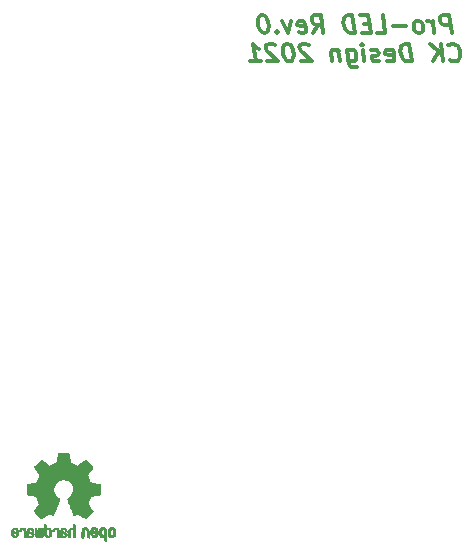
<source format=gbr>
G04 #@! TF.GenerationSoftware,KiCad,Pcbnew,5.99.0-unknown-9aa9857685~131~ubuntu21.04.1*
G04 #@! TF.CreationDate,2021-08-15T16:35:44-05:00*
G04 #@! TF.ProjectId,LED_Pro,4c45445f-5072-46f2-9e6b-696361645f70,rev?*
G04 #@! TF.SameCoordinates,Original*
G04 #@! TF.FileFunction,Legend,Bot*
G04 #@! TF.FilePolarity,Positive*
%FSLAX46Y46*%
G04 Gerber Fmt 4.6, Leading zero omitted, Abs format (unit mm)*
G04 Created by KiCad (PCBNEW 5.99.0-unknown-9aa9857685~131~ubuntu21.04.1) date 2021-08-15 16:35:44*
%MOMM*%
%LPD*%
G01*
G04 APERTURE LIST*
%ADD10C,0.300000*%
%ADD11C,0.010000*%
G04 APERTURE END LIST*
D10*
X123819151Y-66146071D02*
X123631651Y-64646071D01*
X123060223Y-64646071D01*
X122926294Y-64717500D01*
X122863794Y-64788928D01*
X122810223Y-64931785D01*
X122837008Y-65146071D01*
X122926294Y-65288928D01*
X123006651Y-65360357D01*
X123158437Y-65431785D01*
X123729866Y-65431785D01*
X122319151Y-66146071D02*
X122194151Y-65146071D01*
X122229866Y-65431785D02*
X122140580Y-65288928D01*
X122060223Y-65217500D01*
X121908437Y-65146071D01*
X121765580Y-65146071D01*
X121176294Y-66146071D02*
X121310223Y-66074642D01*
X121372723Y-66003214D01*
X121426294Y-65860357D01*
X121372723Y-65431785D01*
X121283437Y-65288928D01*
X121203080Y-65217500D01*
X121051294Y-65146071D01*
X120837008Y-65146071D01*
X120703080Y-65217500D01*
X120640580Y-65288928D01*
X120587008Y-65431785D01*
X120640580Y-65860357D01*
X120729866Y-66003214D01*
X120810223Y-66074642D01*
X120962008Y-66146071D01*
X121176294Y-66146071D01*
X119962008Y-65574642D02*
X118819151Y-65574642D01*
X117462008Y-66146071D02*
X118176294Y-66146071D01*
X117988794Y-64646071D01*
X116863794Y-65360357D02*
X116363794Y-65360357D01*
X116247723Y-66146071D02*
X116962008Y-66146071D01*
X116774508Y-64646071D01*
X116060223Y-64646071D01*
X115604866Y-66146071D02*
X115417366Y-64646071D01*
X115060223Y-64646071D01*
X114854866Y-64717500D01*
X114729866Y-64860357D01*
X114676294Y-65003214D01*
X114640580Y-65288928D01*
X114667366Y-65503214D01*
X114774508Y-65788928D01*
X114863794Y-65931785D01*
X115024508Y-66074642D01*
X115247723Y-66146071D01*
X115604866Y-66146071D01*
X112104866Y-66146071D02*
X112515580Y-65431785D01*
X112962008Y-66146071D02*
X112774508Y-64646071D01*
X112203080Y-64646071D01*
X112069151Y-64717500D01*
X112006651Y-64788928D01*
X111953080Y-64931785D01*
X111979866Y-65146071D01*
X112069151Y-65288928D01*
X112149508Y-65360357D01*
X112301294Y-65431785D01*
X112872723Y-65431785D01*
X110881651Y-66074642D02*
X111033437Y-66146071D01*
X111319151Y-66146071D01*
X111453080Y-66074642D01*
X111506651Y-65931785D01*
X111435223Y-65360357D01*
X111345937Y-65217500D01*
X111194151Y-65146071D01*
X110908437Y-65146071D01*
X110774508Y-65217500D01*
X110720937Y-65360357D01*
X110738794Y-65503214D01*
X111470937Y-65646071D01*
X110194151Y-65146071D02*
X109962008Y-66146071D01*
X109479866Y-65146071D01*
X109015580Y-66003214D02*
X108953080Y-66074642D01*
X109033437Y-66146071D01*
X109095937Y-66074642D01*
X109015580Y-66003214D01*
X109033437Y-66146071D01*
X107845937Y-64646071D02*
X107703080Y-64646071D01*
X107569151Y-64717500D01*
X107506651Y-64788928D01*
X107453080Y-64931785D01*
X107417366Y-65217500D01*
X107462008Y-65574642D01*
X107569151Y-65860357D01*
X107658437Y-66003214D01*
X107738794Y-66074642D01*
X107890580Y-66146071D01*
X108033437Y-66146071D01*
X108167366Y-66074642D01*
X108229866Y-66003214D01*
X108283437Y-65860357D01*
X108319151Y-65574642D01*
X108274508Y-65217500D01*
X108167366Y-64931785D01*
X108078080Y-64788928D01*
X107997723Y-64717500D01*
X107845937Y-64646071D01*
X123694151Y-68418214D02*
X123774508Y-68489642D01*
X123997723Y-68561071D01*
X124140580Y-68561071D01*
X124345937Y-68489642D01*
X124470937Y-68346785D01*
X124524508Y-68203928D01*
X124560223Y-67918214D01*
X124533437Y-67703928D01*
X124426294Y-67418214D01*
X124337008Y-67275357D01*
X124176294Y-67132500D01*
X123953080Y-67061071D01*
X123810223Y-67061071D01*
X123604866Y-67132500D01*
X123542366Y-67203928D01*
X123069151Y-68561071D02*
X122881651Y-67061071D01*
X122212008Y-68561071D02*
X122747723Y-67703928D01*
X122024508Y-67061071D02*
X122988794Y-67918214D01*
X120426294Y-68561071D02*
X120238794Y-67061071D01*
X119881651Y-67061071D01*
X119676294Y-67132500D01*
X119551294Y-67275357D01*
X119497723Y-67418214D01*
X119462008Y-67703928D01*
X119488794Y-67918214D01*
X119595937Y-68203928D01*
X119685223Y-68346785D01*
X119845937Y-68489642D01*
X120069151Y-68561071D01*
X120426294Y-68561071D01*
X118345937Y-68489642D02*
X118497723Y-68561071D01*
X118783437Y-68561071D01*
X118917366Y-68489642D01*
X118970937Y-68346785D01*
X118899508Y-67775357D01*
X118810223Y-67632500D01*
X118658437Y-67561071D01*
X118372723Y-67561071D01*
X118238794Y-67632500D01*
X118185223Y-67775357D01*
X118203080Y-67918214D01*
X118935223Y-68061071D01*
X117703080Y-68489642D02*
X117569151Y-68561071D01*
X117283437Y-68561071D01*
X117131651Y-68489642D01*
X117042366Y-68346785D01*
X117033437Y-68275357D01*
X117087008Y-68132500D01*
X117220937Y-68061071D01*
X117435223Y-68061071D01*
X117569151Y-67989642D01*
X117622723Y-67846785D01*
X117613794Y-67775357D01*
X117524508Y-67632500D01*
X117372723Y-67561071D01*
X117158437Y-67561071D01*
X117024508Y-67632500D01*
X116426294Y-68561071D02*
X116301294Y-67561071D01*
X116238794Y-67061071D02*
X116319151Y-67132500D01*
X116256651Y-67203928D01*
X116176294Y-67132500D01*
X116238794Y-67061071D01*
X116256651Y-67203928D01*
X114944151Y-67561071D02*
X115095937Y-68775357D01*
X115185223Y-68918214D01*
X115265580Y-68989642D01*
X115417366Y-69061071D01*
X115631651Y-69061071D01*
X115765580Y-68989642D01*
X115060223Y-68489642D02*
X115212008Y-68561071D01*
X115497723Y-68561071D01*
X115631651Y-68489642D01*
X115694151Y-68418214D01*
X115747723Y-68275357D01*
X115694151Y-67846785D01*
X115604866Y-67703928D01*
X115524508Y-67632500D01*
X115372723Y-67561071D01*
X115087008Y-67561071D01*
X114953080Y-67632500D01*
X114229866Y-67561071D02*
X114354866Y-68561071D01*
X114247723Y-67703928D02*
X114167366Y-67632500D01*
X114015580Y-67561071D01*
X113801294Y-67561071D01*
X113667366Y-67632500D01*
X113613794Y-67775357D01*
X113712008Y-68561071D01*
X111756651Y-67203928D02*
X111676294Y-67132500D01*
X111524508Y-67061071D01*
X111167366Y-67061071D01*
X111033437Y-67132500D01*
X110970937Y-67203928D01*
X110917366Y-67346785D01*
X110935223Y-67489642D01*
X111033437Y-67703928D01*
X111997723Y-68561071D01*
X111069151Y-68561071D01*
X109953080Y-67061071D02*
X109810223Y-67061071D01*
X109676294Y-67132500D01*
X109613794Y-67203928D01*
X109560223Y-67346785D01*
X109524508Y-67632500D01*
X109569151Y-67989642D01*
X109676294Y-68275357D01*
X109765580Y-68418214D01*
X109845937Y-68489642D01*
X109997723Y-68561071D01*
X110140580Y-68561071D01*
X110274508Y-68489642D01*
X110337008Y-68418214D01*
X110390580Y-68275357D01*
X110426294Y-67989642D01*
X110381651Y-67632500D01*
X110274508Y-67346785D01*
X110185223Y-67203928D01*
X110104866Y-67132500D01*
X109953080Y-67061071D01*
X108899508Y-67203928D02*
X108819151Y-67132500D01*
X108667366Y-67061071D01*
X108310223Y-67061071D01*
X108176294Y-67132500D01*
X108113794Y-67203928D01*
X108060223Y-67346785D01*
X108078080Y-67489642D01*
X108176294Y-67703928D01*
X109140580Y-68561071D01*
X108212008Y-68561071D01*
X106783437Y-68561071D02*
X107640580Y-68561071D01*
X107212008Y-68561071D02*
X107024508Y-67061071D01*
X107194151Y-67275357D01*
X107354866Y-67418214D01*
X107506651Y-67489642D01*
D11*
X94163114Y-107994505D02*
X94088461Y-108031727D01*
X94088461Y-108031727D02*
X94022569Y-108100261D01*
X94022569Y-108100261D02*
X94004423Y-108125648D01*
X94004423Y-108125648D02*
X93984655Y-108158866D01*
X93984655Y-108158866D02*
X93971828Y-108194945D01*
X93971828Y-108194945D02*
X93964490Y-108243098D01*
X93964490Y-108243098D02*
X93961187Y-108312536D01*
X93961187Y-108312536D02*
X93960462Y-108404206D01*
X93960462Y-108404206D02*
X93963737Y-108529830D01*
X93963737Y-108529830D02*
X93975123Y-108624154D01*
X93975123Y-108624154D02*
X93996959Y-108694523D01*
X93996959Y-108694523D02*
X94031581Y-108748286D01*
X94031581Y-108748286D02*
X94081330Y-108792788D01*
X94081330Y-108792788D02*
X94084986Y-108795423D01*
X94084986Y-108795423D02*
X94134015Y-108822377D01*
X94134015Y-108822377D02*
X94193055Y-108835712D01*
X94193055Y-108835712D02*
X94268141Y-108839000D01*
X94268141Y-108839000D02*
X94390205Y-108839000D01*
X94390205Y-108839000D02*
X94390256Y-108957497D01*
X94390256Y-108957497D02*
X94391392Y-109023492D01*
X94391392Y-109023492D02*
X94398314Y-109062202D01*
X94398314Y-109062202D02*
X94416402Y-109085419D01*
X94416402Y-109085419D02*
X94451038Y-109104933D01*
X94451038Y-109104933D02*
X94459355Y-109108920D01*
X94459355Y-109108920D02*
X94498280Y-109127603D01*
X94498280Y-109127603D02*
X94528417Y-109139403D01*
X94528417Y-109139403D02*
X94550826Y-109140422D01*
X94550826Y-109140422D02*
X94566567Y-109126761D01*
X94566567Y-109126761D02*
X94576698Y-109094522D01*
X94576698Y-109094522D02*
X94582277Y-109039804D01*
X94582277Y-109039804D02*
X94584365Y-108958711D01*
X94584365Y-108958711D02*
X94584019Y-108847344D01*
X94584019Y-108847344D02*
X94582300Y-108701802D01*
X94582300Y-108701802D02*
X94581763Y-108658269D01*
X94581763Y-108658269D02*
X94579828Y-108508205D01*
X94579828Y-108508205D02*
X94578096Y-108410042D01*
X94578096Y-108410042D02*
X94390308Y-108410042D01*
X94390308Y-108410042D02*
X94389252Y-108493364D01*
X94389252Y-108493364D02*
X94384562Y-108547880D01*
X94384562Y-108547880D02*
X94373949Y-108583837D01*
X94373949Y-108583837D02*
X94355128Y-108611482D01*
X94355128Y-108611482D02*
X94342350Y-108624965D01*
X94342350Y-108624965D02*
X94290110Y-108664417D01*
X94290110Y-108664417D02*
X94243858Y-108667628D01*
X94243858Y-108667628D02*
X94196133Y-108635049D01*
X94196133Y-108635049D02*
X94194923Y-108633846D01*
X94194923Y-108633846D02*
X94175506Y-108608668D01*
X94175506Y-108608668D02*
X94163693Y-108574447D01*
X94163693Y-108574447D02*
X94157735Y-108521748D01*
X94157735Y-108521748D02*
X94155880Y-108441131D01*
X94155880Y-108441131D02*
X94155846Y-108423271D01*
X94155846Y-108423271D02*
X94160330Y-108312175D01*
X94160330Y-108312175D02*
X94174926Y-108235161D01*
X94174926Y-108235161D02*
X94201350Y-108188147D01*
X94201350Y-108188147D02*
X94241317Y-108167050D01*
X94241317Y-108167050D02*
X94264416Y-108164923D01*
X94264416Y-108164923D02*
X94319238Y-108174900D01*
X94319238Y-108174900D02*
X94356842Y-108207752D01*
X94356842Y-108207752D02*
X94379477Y-108267857D01*
X94379477Y-108267857D02*
X94389394Y-108359598D01*
X94389394Y-108359598D02*
X94390308Y-108410042D01*
X94390308Y-108410042D02*
X94578096Y-108410042D01*
X94578096Y-108410042D02*
X94577778Y-108392060D01*
X94577778Y-108392060D02*
X94575127Y-108304679D01*
X94575127Y-108304679D02*
X94571394Y-108240905D01*
X94571394Y-108240905D02*
X94566093Y-108195582D01*
X94566093Y-108195582D02*
X94558742Y-108163555D01*
X94558742Y-108163555D02*
X94548857Y-108139668D01*
X94548857Y-108139668D02*
X94535954Y-108118764D01*
X94535954Y-108118764D02*
X94530421Y-108110898D01*
X94530421Y-108110898D02*
X94457031Y-108036595D01*
X94457031Y-108036595D02*
X94364240Y-107994467D01*
X94364240Y-107994467D02*
X94256904Y-107982722D01*
X94256904Y-107982722D02*
X94163114Y-107994505D01*
X94163114Y-107994505D02*
X94163114Y-107994505D01*
G36*
X94581763Y-108658269D02*
G01*
X94582300Y-108701802D01*
X94584019Y-108847344D01*
X94584365Y-108958711D01*
X94582277Y-109039804D01*
X94576698Y-109094522D01*
X94566567Y-109126761D01*
X94550826Y-109140422D01*
X94528417Y-109139403D01*
X94498280Y-109127603D01*
X94459355Y-109108920D01*
X94451038Y-109104933D01*
X94416402Y-109085419D01*
X94398314Y-109062202D01*
X94391392Y-109023492D01*
X94390256Y-108957497D01*
X94390205Y-108839000D01*
X94268141Y-108839000D01*
X94193055Y-108835712D01*
X94134015Y-108822377D01*
X94084986Y-108795423D01*
X94081330Y-108792788D01*
X94031581Y-108748286D01*
X93996959Y-108694523D01*
X93975123Y-108624154D01*
X93963737Y-108529830D01*
X93960959Y-108423271D01*
X94155846Y-108423271D01*
X94155880Y-108441131D01*
X94157735Y-108521748D01*
X94163693Y-108574447D01*
X94175506Y-108608668D01*
X94194923Y-108633846D01*
X94196133Y-108635049D01*
X94243858Y-108667628D01*
X94290110Y-108664417D01*
X94342350Y-108624965D01*
X94355128Y-108611482D01*
X94373949Y-108583837D01*
X94384562Y-108547880D01*
X94389252Y-108493364D01*
X94390308Y-108410042D01*
X94389394Y-108359598D01*
X94379477Y-108267857D01*
X94356842Y-108207752D01*
X94319238Y-108174900D01*
X94264416Y-108164923D01*
X94241317Y-108167050D01*
X94201350Y-108188147D01*
X94174926Y-108235161D01*
X94160330Y-108312175D01*
X94155846Y-108423271D01*
X93960959Y-108423271D01*
X93960462Y-108404206D01*
X93961187Y-108312536D01*
X93964490Y-108243098D01*
X93971828Y-108194945D01*
X93984655Y-108158866D01*
X94004423Y-108125648D01*
X94022569Y-108100261D01*
X94088461Y-108031727D01*
X94163114Y-107994505D01*
X94256904Y-107982722D01*
X94364240Y-107994467D01*
X94457031Y-108036595D01*
X94530421Y-108110898D01*
X94535954Y-108118764D01*
X94548857Y-108139668D01*
X94558742Y-108163555D01*
X94566093Y-108195582D01*
X94571394Y-108240905D01*
X94575127Y-108304679D01*
X94577778Y-108392060D01*
X94578096Y-108410042D01*
X94579828Y-108508205D01*
X94581763Y-108658269D01*
G37*
X94581763Y-108658269D02*
X94582300Y-108701802D01*
X94584019Y-108847344D01*
X94584365Y-108958711D01*
X94582277Y-109039804D01*
X94576698Y-109094522D01*
X94566567Y-109126761D01*
X94550826Y-109140422D01*
X94528417Y-109139403D01*
X94498280Y-109127603D01*
X94459355Y-109108920D01*
X94451038Y-109104933D01*
X94416402Y-109085419D01*
X94398314Y-109062202D01*
X94391392Y-109023492D01*
X94390256Y-108957497D01*
X94390205Y-108839000D01*
X94268141Y-108839000D01*
X94193055Y-108835712D01*
X94134015Y-108822377D01*
X94084986Y-108795423D01*
X94081330Y-108792788D01*
X94031581Y-108748286D01*
X93996959Y-108694523D01*
X93975123Y-108624154D01*
X93963737Y-108529830D01*
X93960959Y-108423271D01*
X94155846Y-108423271D01*
X94155880Y-108441131D01*
X94157735Y-108521748D01*
X94163693Y-108574447D01*
X94175506Y-108608668D01*
X94194923Y-108633846D01*
X94196133Y-108635049D01*
X94243858Y-108667628D01*
X94290110Y-108664417D01*
X94342350Y-108624965D01*
X94355128Y-108611482D01*
X94373949Y-108583837D01*
X94384562Y-108547880D01*
X94389252Y-108493364D01*
X94390308Y-108410042D01*
X94389394Y-108359598D01*
X94379477Y-108267857D01*
X94356842Y-108207752D01*
X94319238Y-108174900D01*
X94264416Y-108164923D01*
X94241317Y-108167050D01*
X94201350Y-108188147D01*
X94174926Y-108235161D01*
X94160330Y-108312175D01*
X94155846Y-108423271D01*
X93960959Y-108423271D01*
X93960462Y-108404206D01*
X93961187Y-108312536D01*
X93964490Y-108243098D01*
X93971828Y-108194945D01*
X93984655Y-108158866D01*
X94004423Y-108125648D01*
X94022569Y-108100261D01*
X94088461Y-108031727D01*
X94163114Y-107994505D01*
X94256904Y-107982722D01*
X94364240Y-107994467D01*
X94457031Y-108036595D01*
X94530421Y-108110898D01*
X94535954Y-108118764D01*
X94548857Y-108139668D01*
X94558742Y-108163555D01*
X94566093Y-108195582D01*
X94571394Y-108240905D01*
X94575127Y-108304679D01*
X94577778Y-108392060D01*
X94578096Y-108410042D01*
X94579828Y-108508205D01*
X94581763Y-108658269D01*
X92660336Y-108005089D02*
X92597633Y-108041358D01*
X92597633Y-108041358D02*
X92554039Y-108077358D01*
X92554039Y-108077358D02*
X92522155Y-108115075D01*
X92522155Y-108115075D02*
X92500190Y-108161199D01*
X92500190Y-108161199D02*
X92486351Y-108222421D01*
X92486351Y-108222421D02*
X92478847Y-108305431D01*
X92478847Y-108305431D02*
X92475883Y-108416919D01*
X92475883Y-108416919D02*
X92475539Y-108497062D01*
X92475539Y-108497062D02*
X92475539Y-108792065D01*
X92475539Y-108792065D02*
X92641615Y-108866515D01*
X92641615Y-108866515D02*
X92651385Y-108543402D01*
X92651385Y-108543402D02*
X92655421Y-108422729D01*
X92655421Y-108422729D02*
X92659656Y-108335141D01*
X92659656Y-108335141D02*
X92664903Y-108274650D01*
X92664903Y-108274650D02*
X92671975Y-108235268D01*
X92671975Y-108235268D02*
X92681689Y-108211007D01*
X92681689Y-108211007D02*
X92694856Y-108195880D01*
X92694856Y-108195880D02*
X92699081Y-108192606D01*
X92699081Y-108192606D02*
X92763091Y-108167034D01*
X92763091Y-108167034D02*
X92827792Y-108177153D01*
X92827792Y-108177153D02*
X92866308Y-108204000D01*
X92866308Y-108204000D02*
X92881975Y-108223024D01*
X92881975Y-108223024D02*
X92892820Y-108247988D01*
X92892820Y-108247988D02*
X92899712Y-108285834D01*
X92899712Y-108285834D02*
X92903521Y-108343502D01*
X92903521Y-108343502D02*
X92905117Y-108427935D01*
X92905117Y-108427935D02*
X92905385Y-108515928D01*
X92905385Y-108515928D02*
X92905437Y-108626323D01*
X92905437Y-108626323D02*
X92907328Y-108704463D01*
X92907328Y-108704463D02*
X92913655Y-108757165D01*
X92913655Y-108757165D02*
X92927017Y-108791242D01*
X92927017Y-108791242D02*
X92950015Y-108813511D01*
X92950015Y-108813511D02*
X92985246Y-108830787D01*
X92985246Y-108830787D02*
X93032303Y-108848738D01*
X93032303Y-108848738D02*
X93083697Y-108868278D01*
X93083697Y-108868278D02*
X93077579Y-108521485D01*
X93077579Y-108521485D02*
X93075116Y-108396468D01*
X93075116Y-108396468D02*
X93072233Y-108304082D01*
X93072233Y-108304082D02*
X93068102Y-108237881D01*
X93068102Y-108237881D02*
X93061893Y-108191420D01*
X93061893Y-108191420D02*
X93052774Y-108158256D01*
X93052774Y-108158256D02*
X93039917Y-108131944D01*
X93039917Y-108131944D02*
X93024416Y-108108729D01*
X93024416Y-108108729D02*
X92949629Y-108034569D01*
X92949629Y-108034569D02*
X92858372Y-107991684D01*
X92858372Y-107991684D02*
X92759117Y-107981412D01*
X92759117Y-107981412D02*
X92660336Y-108005089D01*
X92660336Y-108005089D02*
X92660336Y-108005089D01*
G36*
X92858372Y-107991684D02*
G01*
X92949629Y-108034569D01*
X93024416Y-108108729D01*
X93039917Y-108131944D01*
X93052774Y-108158256D01*
X93061893Y-108191420D01*
X93068102Y-108237881D01*
X93072233Y-108304082D01*
X93075116Y-108396468D01*
X93077579Y-108521485D01*
X93083697Y-108868278D01*
X93032303Y-108848738D01*
X92985246Y-108830787D01*
X92950015Y-108813511D01*
X92927017Y-108791242D01*
X92913655Y-108757165D01*
X92907328Y-108704463D01*
X92905437Y-108626323D01*
X92905385Y-108515928D01*
X92905117Y-108427935D01*
X92903521Y-108343502D01*
X92899712Y-108285834D01*
X92892820Y-108247988D01*
X92881975Y-108223024D01*
X92866308Y-108204000D01*
X92827792Y-108177153D01*
X92763091Y-108167034D01*
X92699081Y-108192606D01*
X92694856Y-108195880D01*
X92681689Y-108211007D01*
X92671975Y-108235268D01*
X92664903Y-108274650D01*
X92659656Y-108335141D01*
X92655421Y-108422729D01*
X92651385Y-108543402D01*
X92641615Y-108866515D01*
X92475539Y-108792065D01*
X92475539Y-108497062D01*
X92475883Y-108416919D01*
X92478847Y-108305431D01*
X92486351Y-108222421D01*
X92500190Y-108161199D01*
X92522155Y-108115075D01*
X92554039Y-108077358D01*
X92597633Y-108041358D01*
X92660336Y-108005089D01*
X92759117Y-107981412D01*
X92858372Y-107991684D01*
G37*
X92858372Y-107991684D02*
X92949629Y-108034569D01*
X93024416Y-108108729D01*
X93039917Y-108131944D01*
X93052774Y-108158256D01*
X93061893Y-108191420D01*
X93068102Y-108237881D01*
X93072233Y-108304082D01*
X93075116Y-108396468D01*
X93077579Y-108521485D01*
X93083697Y-108868278D01*
X93032303Y-108848738D01*
X92985246Y-108830787D01*
X92950015Y-108813511D01*
X92927017Y-108791242D01*
X92913655Y-108757165D01*
X92907328Y-108704463D01*
X92905437Y-108626323D01*
X92905385Y-108515928D01*
X92905117Y-108427935D01*
X92903521Y-108343502D01*
X92899712Y-108285834D01*
X92892820Y-108247988D01*
X92881975Y-108223024D01*
X92866308Y-108204000D01*
X92827792Y-108177153D01*
X92763091Y-108167034D01*
X92699081Y-108192606D01*
X92694856Y-108195880D01*
X92681689Y-108211007D01*
X92671975Y-108235268D01*
X92664903Y-108274650D01*
X92659656Y-108335141D01*
X92655421Y-108422729D01*
X92651385Y-108543402D01*
X92641615Y-108866515D01*
X92475539Y-108792065D01*
X92475539Y-108497062D01*
X92475883Y-108416919D01*
X92478847Y-108305431D01*
X92486351Y-108222421D01*
X92500190Y-108161199D01*
X92522155Y-108115075D01*
X92554039Y-108077358D01*
X92597633Y-108041358D01*
X92660336Y-108005089D01*
X92759117Y-107981412D01*
X92858372Y-107991684D01*
X94915114Y-107997256D02*
X94823536Y-108045409D01*
X94823536Y-108045409D02*
X94755951Y-108122905D01*
X94755951Y-108122905D02*
X94731943Y-108172727D01*
X94731943Y-108172727D02*
X94713262Y-108247533D01*
X94713262Y-108247533D02*
X94703699Y-108342052D01*
X94703699Y-108342052D02*
X94702792Y-108445210D01*
X94702792Y-108445210D02*
X94710079Y-108545935D01*
X94710079Y-108545935D02*
X94725097Y-108633153D01*
X94725097Y-108633153D02*
X94747385Y-108695791D01*
X94747385Y-108695791D02*
X94754235Y-108706579D01*
X94754235Y-108706579D02*
X94835368Y-108787105D01*
X94835368Y-108787105D02*
X94931734Y-108835336D01*
X94931734Y-108835336D02*
X95036299Y-108849450D01*
X95036299Y-108849450D02*
X95142032Y-108827629D01*
X95142032Y-108827629D02*
X95171457Y-108814547D01*
X95171457Y-108814547D02*
X95228759Y-108774231D01*
X95228759Y-108774231D02*
X95279050Y-108720775D01*
X95279050Y-108720775D02*
X95283803Y-108713995D01*
X95283803Y-108713995D02*
X95303122Y-108681321D01*
X95303122Y-108681321D02*
X95315892Y-108646394D01*
X95315892Y-108646394D02*
X95323436Y-108600414D01*
X95323436Y-108600414D02*
X95327076Y-108534584D01*
X95327076Y-108534584D02*
X95328135Y-108440105D01*
X95328135Y-108440105D02*
X95328154Y-108418923D01*
X95328154Y-108418923D02*
X95328106Y-108412182D01*
X95328106Y-108412182D02*
X95132769Y-108412182D01*
X95132769Y-108412182D02*
X95131632Y-108501349D01*
X95131632Y-108501349D02*
X95127159Y-108560520D01*
X95127159Y-108560520D02*
X95117754Y-108598741D01*
X95117754Y-108598741D02*
X95101824Y-108625053D01*
X95101824Y-108625053D02*
X95093692Y-108633846D01*
X95093692Y-108633846D02*
X95046942Y-108667261D01*
X95046942Y-108667261D02*
X95001553Y-108665737D01*
X95001553Y-108665737D02*
X94955660Y-108636752D01*
X94955660Y-108636752D02*
X94928288Y-108605809D01*
X94928288Y-108605809D02*
X94912077Y-108560643D01*
X94912077Y-108560643D02*
X94902974Y-108489420D01*
X94902974Y-108489420D02*
X94902349Y-108481114D01*
X94902349Y-108481114D02*
X94900796Y-108352037D01*
X94900796Y-108352037D02*
X94917035Y-108256172D01*
X94917035Y-108256172D02*
X94950848Y-108194107D01*
X94950848Y-108194107D02*
X95002016Y-108166432D01*
X95002016Y-108166432D02*
X95020280Y-108164923D01*
X95020280Y-108164923D02*
X95068240Y-108172513D01*
X95068240Y-108172513D02*
X95101047Y-108198808D01*
X95101047Y-108198808D02*
X95121105Y-108249095D01*
X95121105Y-108249095D02*
X95130822Y-108328664D01*
X95130822Y-108328664D02*
X95132769Y-108412182D01*
X95132769Y-108412182D02*
X95328106Y-108412182D01*
X95328106Y-108412182D02*
X95327426Y-108318249D01*
X95327426Y-108318249D02*
X95324371Y-108247906D01*
X95324371Y-108247906D02*
X95317678Y-108199163D01*
X95317678Y-108199163D02*
X95306040Y-108163288D01*
X95306040Y-108163288D02*
X95288147Y-108131548D01*
X95288147Y-108131548D02*
X95284192Y-108125648D01*
X95284192Y-108125648D02*
X95217733Y-108046104D01*
X95217733Y-108046104D02*
X95145315Y-107999929D01*
X95145315Y-107999929D02*
X95057151Y-107981599D01*
X95057151Y-107981599D02*
X95027213Y-107980703D01*
X95027213Y-107980703D02*
X94915114Y-107997256D01*
X94915114Y-107997256D02*
X94915114Y-107997256D01*
G36*
X95328135Y-108440105D02*
G01*
X95327076Y-108534584D01*
X95323436Y-108600414D01*
X95315892Y-108646394D01*
X95303122Y-108681321D01*
X95283803Y-108713995D01*
X95279050Y-108720775D01*
X95228759Y-108774231D01*
X95171457Y-108814547D01*
X95142032Y-108827629D01*
X95036299Y-108849450D01*
X94931734Y-108835336D01*
X94835368Y-108787105D01*
X94754235Y-108706579D01*
X94747385Y-108695791D01*
X94725097Y-108633153D01*
X94710079Y-108545935D01*
X94702792Y-108445210D01*
X94703611Y-108352037D01*
X94900796Y-108352037D01*
X94902349Y-108481114D01*
X94902974Y-108489420D01*
X94912077Y-108560643D01*
X94928288Y-108605809D01*
X94955660Y-108636752D01*
X95001553Y-108665737D01*
X95046942Y-108667261D01*
X95093692Y-108633846D01*
X95101824Y-108625053D01*
X95117754Y-108598741D01*
X95127159Y-108560520D01*
X95131632Y-108501349D01*
X95132769Y-108412182D01*
X95130822Y-108328664D01*
X95121105Y-108249095D01*
X95101047Y-108198808D01*
X95068240Y-108172513D01*
X95020280Y-108164923D01*
X95002016Y-108166432D01*
X94950848Y-108194107D01*
X94917035Y-108256172D01*
X94900796Y-108352037D01*
X94703611Y-108352037D01*
X94703699Y-108342052D01*
X94713262Y-108247533D01*
X94731943Y-108172727D01*
X94755951Y-108122905D01*
X94823536Y-108045409D01*
X94915114Y-107997256D01*
X95027213Y-107980703D01*
X95057151Y-107981599D01*
X95145315Y-107999929D01*
X95217733Y-108046104D01*
X95284192Y-108125648D01*
X95288147Y-108131548D01*
X95306040Y-108163288D01*
X95317678Y-108199163D01*
X95324371Y-108247906D01*
X95327426Y-108318249D01*
X95328106Y-108412182D01*
X95328154Y-108418923D01*
X95328135Y-108440105D01*
G37*
X95328135Y-108440105D02*
X95327076Y-108534584D01*
X95323436Y-108600414D01*
X95315892Y-108646394D01*
X95303122Y-108681321D01*
X95283803Y-108713995D01*
X95279050Y-108720775D01*
X95228759Y-108774231D01*
X95171457Y-108814547D01*
X95142032Y-108827629D01*
X95036299Y-108849450D01*
X94931734Y-108835336D01*
X94835368Y-108787105D01*
X94754235Y-108706579D01*
X94747385Y-108695791D01*
X94725097Y-108633153D01*
X94710079Y-108545935D01*
X94702792Y-108445210D01*
X94703611Y-108352037D01*
X94900796Y-108352037D01*
X94902349Y-108481114D01*
X94902974Y-108489420D01*
X94912077Y-108560643D01*
X94928288Y-108605809D01*
X94955660Y-108636752D01*
X95001553Y-108665737D01*
X95046942Y-108667261D01*
X95093692Y-108633846D01*
X95101824Y-108625053D01*
X95117754Y-108598741D01*
X95127159Y-108560520D01*
X95131632Y-108501349D01*
X95132769Y-108412182D01*
X95130822Y-108328664D01*
X95121105Y-108249095D01*
X95101047Y-108198808D01*
X95068240Y-108172513D01*
X95020280Y-108164923D01*
X95002016Y-108166432D01*
X94950848Y-108194107D01*
X94917035Y-108256172D01*
X94900796Y-108352037D01*
X94703611Y-108352037D01*
X94703699Y-108342052D01*
X94713262Y-108247533D01*
X94731943Y-108172727D01*
X94755951Y-108122905D01*
X94823536Y-108045409D01*
X94915114Y-107997256D01*
X95027213Y-107980703D01*
X95057151Y-107981599D01*
X95145315Y-107999929D01*
X95217733Y-108046104D01*
X95284192Y-108125648D01*
X95288147Y-108131548D01*
X95306040Y-108163288D01*
X95317678Y-108199163D01*
X95324371Y-108247906D01*
X95327426Y-108318249D01*
X95328106Y-108412182D01*
X95328154Y-108418923D01*
X95328135Y-108440105D01*
X93397746Y-108009745D02*
X93320714Y-108061567D01*
X93320714Y-108061567D02*
X93261184Y-108136412D01*
X93261184Y-108136412D02*
X93225622Y-108231654D01*
X93225622Y-108231654D02*
X93218429Y-108301756D01*
X93218429Y-108301756D02*
X93219246Y-108331009D01*
X93219246Y-108331009D02*
X93226086Y-108353407D01*
X93226086Y-108353407D02*
X93244888Y-108373474D01*
X93244888Y-108373474D02*
X93281592Y-108395733D01*
X93281592Y-108395733D02*
X93342138Y-108424709D01*
X93342138Y-108424709D02*
X93432466Y-108464927D01*
X93432466Y-108464927D02*
X93432923Y-108465129D01*
X93432923Y-108465129D02*
X93516067Y-108503210D01*
X93516067Y-108503210D02*
X93584247Y-108537025D01*
X93584247Y-108537025D02*
X93630495Y-108562933D01*
X93630495Y-108562933D02*
X93647842Y-108577295D01*
X93647842Y-108577295D02*
X93647846Y-108577411D01*
X93647846Y-108577411D02*
X93632557Y-108608685D01*
X93632557Y-108608685D02*
X93596804Y-108643157D01*
X93596804Y-108643157D02*
X93555758Y-108667990D01*
X93555758Y-108667990D02*
X93534963Y-108672923D01*
X93534963Y-108672923D02*
X93478230Y-108655862D01*
X93478230Y-108655862D02*
X93429373Y-108613133D01*
X93429373Y-108613133D02*
X93405535Y-108566155D01*
X93405535Y-108566155D02*
X93382603Y-108531522D01*
X93382603Y-108531522D02*
X93337682Y-108492081D01*
X93337682Y-108492081D02*
X93284877Y-108458009D01*
X93284877Y-108458009D02*
X93238290Y-108439480D01*
X93238290Y-108439480D02*
X93228548Y-108438462D01*
X93228548Y-108438462D02*
X93217582Y-108455215D01*
X93217582Y-108455215D02*
X93216921Y-108498039D01*
X93216921Y-108498039D02*
X93224980Y-108555781D01*
X93224980Y-108555781D02*
X93240173Y-108617289D01*
X93240173Y-108617289D02*
X93260914Y-108671409D01*
X93260914Y-108671409D02*
X93261962Y-108673510D01*
X93261962Y-108673510D02*
X93324379Y-108760660D01*
X93324379Y-108760660D02*
X93405274Y-108819939D01*
X93405274Y-108819939D02*
X93497144Y-108849034D01*
X93497144Y-108849034D02*
X93592487Y-108845634D01*
X93592487Y-108845634D02*
X93683802Y-108807428D01*
X93683802Y-108807428D02*
X93687862Y-108804741D01*
X93687862Y-108804741D02*
X93759694Y-108739642D01*
X93759694Y-108739642D02*
X93806927Y-108654705D01*
X93806927Y-108654705D02*
X93833066Y-108543021D01*
X93833066Y-108543021D02*
X93836574Y-108511643D01*
X93836574Y-108511643D02*
X93842787Y-108363536D01*
X93842787Y-108363536D02*
X93835339Y-108294468D01*
X93835339Y-108294468D02*
X93647846Y-108294468D01*
X93647846Y-108294468D02*
X93645410Y-108337552D01*
X93645410Y-108337552D02*
X93632086Y-108350126D01*
X93632086Y-108350126D02*
X93598868Y-108340719D01*
X93598868Y-108340719D02*
X93546506Y-108318483D01*
X93546506Y-108318483D02*
X93487976Y-108290610D01*
X93487976Y-108290610D02*
X93486521Y-108289872D01*
X93486521Y-108289872D02*
X93436911Y-108263777D01*
X93436911Y-108263777D02*
X93417000Y-108246363D01*
X93417000Y-108246363D02*
X93421910Y-108228107D01*
X93421910Y-108228107D02*
X93442584Y-108204120D01*
X93442584Y-108204120D02*
X93495181Y-108169406D01*
X93495181Y-108169406D02*
X93551823Y-108166856D01*
X93551823Y-108166856D02*
X93602631Y-108192119D01*
X93602631Y-108192119D02*
X93637724Y-108240847D01*
X93637724Y-108240847D02*
X93647846Y-108294468D01*
X93647846Y-108294468D02*
X93835339Y-108294468D01*
X93835339Y-108294468D02*
X93830008Y-108245036D01*
X93830008Y-108245036D02*
X93797222Y-108151055D01*
X93797222Y-108151055D02*
X93751579Y-108085215D01*
X93751579Y-108085215D02*
X93669198Y-108018681D01*
X93669198Y-108018681D02*
X93578454Y-107985676D01*
X93578454Y-107985676D02*
X93485815Y-107983573D01*
X93485815Y-107983573D02*
X93397746Y-108009745D01*
X93397746Y-108009745D02*
X93397746Y-108009745D01*
G36*
X93836574Y-108511643D02*
G01*
X93833066Y-108543021D01*
X93806927Y-108654705D01*
X93759694Y-108739642D01*
X93687862Y-108804741D01*
X93683802Y-108807428D01*
X93592487Y-108845634D01*
X93497144Y-108849034D01*
X93405274Y-108819939D01*
X93324379Y-108760660D01*
X93261962Y-108673510D01*
X93260914Y-108671409D01*
X93240173Y-108617289D01*
X93224980Y-108555781D01*
X93216921Y-108498039D01*
X93217582Y-108455215D01*
X93228548Y-108438462D01*
X93238290Y-108439480D01*
X93284877Y-108458009D01*
X93337682Y-108492081D01*
X93382603Y-108531522D01*
X93405535Y-108566155D01*
X93429373Y-108613133D01*
X93478230Y-108655862D01*
X93534963Y-108672923D01*
X93555758Y-108667990D01*
X93596804Y-108643157D01*
X93632557Y-108608685D01*
X93647846Y-108577411D01*
X93647842Y-108577295D01*
X93630495Y-108562933D01*
X93584247Y-108537025D01*
X93516067Y-108503210D01*
X93432923Y-108465129D01*
X93432466Y-108464927D01*
X93342138Y-108424709D01*
X93281592Y-108395733D01*
X93244888Y-108373474D01*
X93226086Y-108353407D01*
X93219246Y-108331009D01*
X93218429Y-108301756D01*
X93224113Y-108246363D01*
X93417000Y-108246363D01*
X93436911Y-108263777D01*
X93486521Y-108289872D01*
X93487976Y-108290610D01*
X93546506Y-108318483D01*
X93598868Y-108340719D01*
X93632086Y-108350126D01*
X93645410Y-108337552D01*
X93647846Y-108294468D01*
X93637724Y-108240847D01*
X93602631Y-108192119D01*
X93551823Y-108166856D01*
X93495181Y-108169406D01*
X93442584Y-108204120D01*
X93421910Y-108228107D01*
X93417000Y-108246363D01*
X93224113Y-108246363D01*
X93225622Y-108231654D01*
X93261184Y-108136412D01*
X93320714Y-108061567D01*
X93397746Y-108009745D01*
X93485815Y-107983573D01*
X93578454Y-107985676D01*
X93669198Y-108018681D01*
X93751579Y-108085215D01*
X93797222Y-108151055D01*
X93830008Y-108245036D01*
X93835339Y-108294468D01*
X93842787Y-108363536D01*
X93836574Y-108511643D01*
G37*
X93836574Y-108511643D02*
X93833066Y-108543021D01*
X93806927Y-108654705D01*
X93759694Y-108739642D01*
X93687862Y-108804741D01*
X93683802Y-108807428D01*
X93592487Y-108845634D01*
X93497144Y-108849034D01*
X93405274Y-108819939D01*
X93324379Y-108760660D01*
X93261962Y-108673510D01*
X93260914Y-108671409D01*
X93240173Y-108617289D01*
X93224980Y-108555781D01*
X93216921Y-108498039D01*
X93217582Y-108455215D01*
X93228548Y-108438462D01*
X93238290Y-108439480D01*
X93284877Y-108458009D01*
X93337682Y-108492081D01*
X93382603Y-108531522D01*
X93405535Y-108566155D01*
X93429373Y-108613133D01*
X93478230Y-108655862D01*
X93534963Y-108672923D01*
X93555758Y-108667990D01*
X93596804Y-108643157D01*
X93632557Y-108608685D01*
X93647846Y-108577411D01*
X93647842Y-108577295D01*
X93630495Y-108562933D01*
X93584247Y-108537025D01*
X93516067Y-108503210D01*
X93432923Y-108465129D01*
X93432466Y-108464927D01*
X93342138Y-108424709D01*
X93281592Y-108395733D01*
X93244888Y-108373474D01*
X93226086Y-108353407D01*
X93219246Y-108331009D01*
X93218429Y-108301756D01*
X93224113Y-108246363D01*
X93417000Y-108246363D01*
X93436911Y-108263777D01*
X93486521Y-108289872D01*
X93487976Y-108290610D01*
X93546506Y-108318483D01*
X93598868Y-108340719D01*
X93632086Y-108350126D01*
X93645410Y-108337552D01*
X93647846Y-108294468D01*
X93637724Y-108240847D01*
X93602631Y-108192119D01*
X93551823Y-108166856D01*
X93495181Y-108169406D01*
X93442584Y-108204120D01*
X93421910Y-108228107D01*
X93417000Y-108246363D01*
X93224113Y-108246363D01*
X93225622Y-108231654D01*
X93261184Y-108136412D01*
X93320714Y-108061567D01*
X93397746Y-108009745D01*
X93485815Y-107983573D01*
X93578454Y-107985676D01*
X93669198Y-108018681D01*
X93751579Y-108085215D01*
X93797222Y-108151055D01*
X93830008Y-108245036D01*
X93835339Y-108294468D01*
X93842787Y-108363536D01*
X93836574Y-108511643D01*
X91772154Y-107902120D02*
X91766428Y-107981980D01*
X91766428Y-107981980D02*
X91759851Y-108029039D01*
X91759851Y-108029039D02*
X91750738Y-108049566D01*
X91750738Y-108049566D02*
X91737402Y-108049829D01*
X91737402Y-108049829D02*
X91733077Y-108047378D01*
X91733077Y-108047378D02*
X91675556Y-108029636D01*
X91675556Y-108029636D02*
X91600732Y-108030672D01*
X91600732Y-108030672D02*
X91524661Y-108048910D01*
X91524661Y-108048910D02*
X91477082Y-108072505D01*
X91477082Y-108072505D02*
X91428298Y-108110198D01*
X91428298Y-108110198D02*
X91392636Y-108152855D01*
X91392636Y-108152855D02*
X91368155Y-108207057D01*
X91368155Y-108207057D02*
X91352913Y-108279384D01*
X91352913Y-108279384D02*
X91344970Y-108376419D01*
X91344970Y-108376419D02*
X91342384Y-108504742D01*
X91342384Y-108504742D02*
X91342338Y-108529358D01*
X91342338Y-108529358D02*
X91342308Y-108805870D01*
X91342308Y-108805870D02*
X91403839Y-108827320D01*
X91403839Y-108827320D02*
X91447541Y-108841912D01*
X91447541Y-108841912D02*
X91471518Y-108848706D01*
X91471518Y-108848706D02*
X91472223Y-108848769D01*
X91472223Y-108848769D02*
X91474585Y-108830345D01*
X91474585Y-108830345D02*
X91476594Y-108779526D01*
X91476594Y-108779526D02*
X91478099Y-108702993D01*
X91478099Y-108702993D02*
X91478947Y-108607430D01*
X91478947Y-108607430D02*
X91479077Y-108549329D01*
X91479077Y-108549329D02*
X91479349Y-108434771D01*
X91479349Y-108434771D02*
X91480748Y-108352667D01*
X91480748Y-108352667D02*
X91484151Y-108296393D01*
X91484151Y-108296393D02*
X91490433Y-108259326D01*
X91490433Y-108259326D02*
X91500471Y-108234844D01*
X91500471Y-108234844D02*
X91515139Y-108216325D01*
X91515139Y-108216325D02*
X91524298Y-108207406D01*
X91524298Y-108207406D02*
X91587211Y-108171466D01*
X91587211Y-108171466D02*
X91655864Y-108168775D01*
X91655864Y-108168775D02*
X91718152Y-108199170D01*
X91718152Y-108199170D02*
X91729671Y-108210144D01*
X91729671Y-108210144D02*
X91746567Y-108230779D01*
X91746567Y-108230779D02*
X91758286Y-108255256D01*
X91758286Y-108255256D02*
X91765767Y-108290647D01*
X91765767Y-108290647D02*
X91769946Y-108344026D01*
X91769946Y-108344026D02*
X91771763Y-108422466D01*
X91771763Y-108422466D02*
X91772154Y-108530617D01*
X91772154Y-108530617D02*
X91772154Y-108805870D01*
X91772154Y-108805870D02*
X91833685Y-108827320D01*
X91833685Y-108827320D02*
X91877387Y-108841912D01*
X91877387Y-108841912D02*
X91901364Y-108848706D01*
X91901364Y-108848706D02*
X91902070Y-108848769D01*
X91902070Y-108848769D02*
X91903874Y-108830069D01*
X91903874Y-108830069D02*
X91905500Y-108777322D01*
X91905500Y-108777322D02*
X91906883Y-108695557D01*
X91906883Y-108695557D02*
X91907958Y-108589805D01*
X91907958Y-108589805D02*
X91908660Y-108465094D01*
X91908660Y-108465094D02*
X91908923Y-108326455D01*
X91908923Y-108326455D02*
X91908923Y-107791806D01*
X91908923Y-107791806D02*
X91781923Y-107738236D01*
X91781923Y-107738236D02*
X91772154Y-107902120D01*
X91772154Y-107902120D02*
X91772154Y-107902120D01*
G36*
X91908923Y-107791806D02*
G01*
X91908923Y-108326455D01*
X91908660Y-108465094D01*
X91907958Y-108589805D01*
X91906883Y-108695557D01*
X91905500Y-108777322D01*
X91903874Y-108830069D01*
X91902070Y-108848769D01*
X91901364Y-108848706D01*
X91877387Y-108841912D01*
X91833685Y-108827320D01*
X91772154Y-108805870D01*
X91772154Y-108530617D01*
X91771763Y-108422466D01*
X91769946Y-108344026D01*
X91765767Y-108290647D01*
X91758286Y-108255256D01*
X91746567Y-108230779D01*
X91729671Y-108210144D01*
X91718152Y-108199170D01*
X91655864Y-108168775D01*
X91587211Y-108171466D01*
X91524298Y-108207406D01*
X91515139Y-108216325D01*
X91500471Y-108234844D01*
X91490433Y-108259326D01*
X91484151Y-108296393D01*
X91480748Y-108352667D01*
X91479349Y-108434771D01*
X91479077Y-108549329D01*
X91478947Y-108607430D01*
X91478099Y-108702993D01*
X91476594Y-108779526D01*
X91474585Y-108830345D01*
X91472223Y-108848769D01*
X91471518Y-108848706D01*
X91447541Y-108841912D01*
X91403839Y-108827320D01*
X91342308Y-108805870D01*
X91342338Y-108529358D01*
X91342384Y-108504742D01*
X91344970Y-108376419D01*
X91352913Y-108279384D01*
X91368155Y-108207057D01*
X91392636Y-108152855D01*
X91428298Y-108110198D01*
X91477082Y-108072505D01*
X91524661Y-108048910D01*
X91600732Y-108030672D01*
X91675556Y-108029636D01*
X91733077Y-108047378D01*
X91737402Y-108049829D01*
X91750738Y-108049566D01*
X91759851Y-108029039D01*
X91766428Y-107981980D01*
X91772154Y-107902120D01*
X91781923Y-107738236D01*
X91908923Y-107791806D01*
G37*
X91908923Y-107791806D02*
X91908923Y-108326455D01*
X91908660Y-108465094D01*
X91907958Y-108589805D01*
X91906883Y-108695557D01*
X91905500Y-108777322D01*
X91903874Y-108830069D01*
X91902070Y-108848769D01*
X91901364Y-108848706D01*
X91877387Y-108841912D01*
X91833685Y-108827320D01*
X91772154Y-108805870D01*
X91772154Y-108530617D01*
X91771763Y-108422466D01*
X91769946Y-108344026D01*
X91765767Y-108290647D01*
X91758286Y-108255256D01*
X91746567Y-108230779D01*
X91729671Y-108210144D01*
X91718152Y-108199170D01*
X91655864Y-108168775D01*
X91587211Y-108171466D01*
X91524298Y-108207406D01*
X91515139Y-108216325D01*
X91500471Y-108234844D01*
X91490433Y-108259326D01*
X91484151Y-108296393D01*
X91480748Y-108352667D01*
X91479349Y-108434771D01*
X91479077Y-108549329D01*
X91478947Y-108607430D01*
X91478099Y-108702993D01*
X91476594Y-108779526D01*
X91474585Y-108830345D01*
X91472223Y-108848769D01*
X91471518Y-108848706D01*
X91447541Y-108841912D01*
X91403839Y-108827320D01*
X91342308Y-108805870D01*
X91342338Y-108529358D01*
X91342384Y-108504742D01*
X91344970Y-108376419D01*
X91352913Y-108279384D01*
X91368155Y-108207057D01*
X91392636Y-108152855D01*
X91428298Y-108110198D01*
X91477082Y-108072505D01*
X91524661Y-108048910D01*
X91600732Y-108030672D01*
X91675556Y-108029636D01*
X91733077Y-108047378D01*
X91737402Y-108049829D01*
X91750738Y-108049566D01*
X91759851Y-108029039D01*
X91766428Y-107981980D01*
X91772154Y-107902120D01*
X91781923Y-107738236D01*
X91908923Y-107791806D01*
X90878499Y-108036303D02*
X90801940Y-108064733D01*
X90801940Y-108064733D02*
X90801064Y-108065279D01*
X90801064Y-108065279D02*
X90753715Y-108100127D01*
X90753715Y-108100127D02*
X90718759Y-108140852D01*
X90718759Y-108140852D02*
X90694175Y-108193925D01*
X90694175Y-108193925D02*
X90677938Y-108265814D01*
X90677938Y-108265814D02*
X90668025Y-108362992D01*
X90668025Y-108362992D02*
X90662414Y-108491928D01*
X90662414Y-108491928D02*
X90661923Y-108510298D01*
X90661923Y-108510298D02*
X90654859Y-108787287D01*
X90654859Y-108787287D02*
X90714305Y-108818028D01*
X90714305Y-108818028D02*
X90757319Y-108838802D01*
X90757319Y-108838802D02*
X90783290Y-108848646D01*
X90783290Y-108848646D02*
X90784491Y-108848769D01*
X90784491Y-108848769D02*
X90788986Y-108830606D01*
X90788986Y-108830606D02*
X90792556Y-108781612D01*
X90792556Y-108781612D02*
X90794752Y-108710031D01*
X90794752Y-108710031D02*
X90795231Y-108652068D01*
X90795231Y-108652068D02*
X90795242Y-108558170D01*
X90795242Y-108558170D02*
X90799534Y-108499203D01*
X90799534Y-108499203D02*
X90814497Y-108471079D01*
X90814497Y-108471079D02*
X90846518Y-108469706D01*
X90846518Y-108469706D02*
X90901986Y-108490998D01*
X90901986Y-108490998D02*
X90985731Y-108530136D01*
X90985731Y-108530136D02*
X91047311Y-108562643D01*
X91047311Y-108562643D02*
X91078983Y-108590845D01*
X91078983Y-108590845D02*
X91088294Y-108621582D01*
X91088294Y-108621582D02*
X91088308Y-108623104D01*
X91088308Y-108623104D02*
X91072943Y-108676054D01*
X91072943Y-108676054D02*
X91027453Y-108704660D01*
X91027453Y-108704660D02*
X90957834Y-108708803D01*
X90957834Y-108708803D02*
X90907687Y-108708084D01*
X90907687Y-108708084D02*
X90881246Y-108722527D01*
X90881246Y-108722527D02*
X90864757Y-108757218D01*
X90864757Y-108757218D02*
X90855267Y-108801416D01*
X90855267Y-108801416D02*
X90868943Y-108826493D01*
X90868943Y-108826493D02*
X90874093Y-108830082D01*
X90874093Y-108830082D02*
X90922575Y-108844496D01*
X90922575Y-108844496D02*
X90990469Y-108846537D01*
X90990469Y-108846537D02*
X91060388Y-108836983D01*
X91060388Y-108836983D02*
X91109932Y-108819522D01*
X91109932Y-108819522D02*
X91178430Y-108761364D01*
X91178430Y-108761364D02*
X91217366Y-108680408D01*
X91217366Y-108680408D02*
X91225077Y-108617160D01*
X91225077Y-108617160D02*
X91219193Y-108560111D01*
X91219193Y-108560111D02*
X91197899Y-108513542D01*
X91197899Y-108513542D02*
X91155735Y-108472181D01*
X91155735Y-108472181D02*
X91087241Y-108430755D01*
X91087241Y-108430755D02*
X90986956Y-108383993D01*
X90986956Y-108383993D02*
X90980846Y-108381350D01*
X90980846Y-108381350D02*
X90890510Y-108339617D01*
X90890510Y-108339617D02*
X90834765Y-108305391D01*
X90834765Y-108305391D02*
X90810871Y-108274635D01*
X90810871Y-108274635D02*
X90816087Y-108243311D01*
X90816087Y-108243311D02*
X90847672Y-108207383D01*
X90847672Y-108207383D02*
X90857117Y-108199116D01*
X90857117Y-108199116D02*
X90920383Y-108167058D01*
X90920383Y-108167058D02*
X90985936Y-108168407D01*
X90985936Y-108168407D02*
X91043028Y-108199838D01*
X91043028Y-108199838D02*
X91080907Y-108258024D01*
X91080907Y-108258024D02*
X91084426Y-108269446D01*
X91084426Y-108269446D02*
X91118700Y-108324837D01*
X91118700Y-108324837D02*
X91162191Y-108351518D01*
X91162191Y-108351518D02*
X91225077Y-108377960D01*
X91225077Y-108377960D02*
X91225077Y-108309548D01*
X91225077Y-108309548D02*
X91205948Y-108210110D01*
X91205948Y-108210110D02*
X91149169Y-108118902D01*
X91149169Y-108118902D02*
X91119622Y-108088389D01*
X91119622Y-108088389D02*
X91052458Y-108049228D01*
X91052458Y-108049228D02*
X90967044Y-108031500D01*
X90967044Y-108031500D02*
X90878499Y-108036303D01*
X90878499Y-108036303D02*
X90878499Y-108036303D01*
G36*
X91052458Y-108049228D02*
G01*
X91119622Y-108088389D01*
X91149169Y-108118902D01*
X91205948Y-108210110D01*
X91225077Y-108309548D01*
X91225077Y-108377960D01*
X91162191Y-108351518D01*
X91118700Y-108324837D01*
X91084426Y-108269446D01*
X91080907Y-108258024D01*
X91043028Y-108199838D01*
X90985936Y-108168407D01*
X90920383Y-108167058D01*
X90857117Y-108199116D01*
X90847672Y-108207383D01*
X90816087Y-108243311D01*
X90810871Y-108274635D01*
X90834765Y-108305391D01*
X90890510Y-108339617D01*
X90980846Y-108381350D01*
X90986956Y-108383993D01*
X91087241Y-108430755D01*
X91155735Y-108472181D01*
X91197899Y-108513542D01*
X91219193Y-108560111D01*
X91225077Y-108617160D01*
X91217366Y-108680408D01*
X91178430Y-108761364D01*
X91109932Y-108819522D01*
X91060388Y-108836983D01*
X90990469Y-108846537D01*
X90922575Y-108844496D01*
X90874093Y-108830082D01*
X90868943Y-108826493D01*
X90855267Y-108801416D01*
X90864757Y-108757218D01*
X90881246Y-108722527D01*
X90907687Y-108708084D01*
X90957834Y-108708803D01*
X91027453Y-108704660D01*
X91072943Y-108676054D01*
X91088308Y-108623104D01*
X91088294Y-108621582D01*
X91078983Y-108590845D01*
X91047311Y-108562643D01*
X90985731Y-108530136D01*
X90901986Y-108490998D01*
X90846518Y-108469706D01*
X90814497Y-108471079D01*
X90799534Y-108499203D01*
X90795242Y-108558170D01*
X90795231Y-108652068D01*
X90794752Y-108710031D01*
X90792556Y-108781612D01*
X90788986Y-108830606D01*
X90784491Y-108848769D01*
X90783290Y-108848646D01*
X90757319Y-108838802D01*
X90714305Y-108818028D01*
X90654859Y-108787287D01*
X90661923Y-108510298D01*
X90662414Y-108491928D01*
X90668025Y-108362992D01*
X90677938Y-108265814D01*
X90694175Y-108193925D01*
X90718759Y-108140852D01*
X90753715Y-108100127D01*
X90801064Y-108065279D01*
X90801940Y-108064733D01*
X90878499Y-108036303D01*
X90967044Y-108031500D01*
X91052458Y-108049228D01*
G37*
X91052458Y-108049228D02*
X91119622Y-108088389D01*
X91149169Y-108118902D01*
X91205948Y-108210110D01*
X91225077Y-108309548D01*
X91225077Y-108377960D01*
X91162191Y-108351518D01*
X91118700Y-108324837D01*
X91084426Y-108269446D01*
X91080907Y-108258024D01*
X91043028Y-108199838D01*
X90985936Y-108168407D01*
X90920383Y-108167058D01*
X90857117Y-108199116D01*
X90847672Y-108207383D01*
X90816087Y-108243311D01*
X90810871Y-108274635D01*
X90834765Y-108305391D01*
X90890510Y-108339617D01*
X90980846Y-108381350D01*
X90986956Y-108383993D01*
X91087241Y-108430755D01*
X91155735Y-108472181D01*
X91197899Y-108513542D01*
X91219193Y-108560111D01*
X91225077Y-108617160D01*
X91217366Y-108680408D01*
X91178430Y-108761364D01*
X91109932Y-108819522D01*
X91060388Y-108836983D01*
X90990469Y-108846537D01*
X90922575Y-108844496D01*
X90874093Y-108830082D01*
X90868943Y-108826493D01*
X90855267Y-108801416D01*
X90864757Y-108757218D01*
X90881246Y-108722527D01*
X90907687Y-108708084D01*
X90957834Y-108708803D01*
X91027453Y-108704660D01*
X91072943Y-108676054D01*
X91088308Y-108623104D01*
X91088294Y-108621582D01*
X91078983Y-108590845D01*
X91047311Y-108562643D01*
X90985731Y-108530136D01*
X90901986Y-108490998D01*
X90846518Y-108469706D01*
X90814497Y-108471079D01*
X90799534Y-108499203D01*
X90795242Y-108558170D01*
X90795231Y-108652068D01*
X90794752Y-108710031D01*
X90792556Y-108781612D01*
X90788986Y-108830606D01*
X90784491Y-108848769D01*
X90783290Y-108848646D01*
X90757319Y-108838802D01*
X90714305Y-108818028D01*
X90654859Y-108787287D01*
X90661923Y-108510298D01*
X90662414Y-108491928D01*
X90668025Y-108362992D01*
X90677938Y-108265814D01*
X90694175Y-108193925D01*
X90718759Y-108140852D01*
X90753715Y-108100127D01*
X90801064Y-108065279D01*
X90801940Y-108064733D01*
X90878499Y-108036303D01*
X90967044Y-108031500D01*
X91052458Y-108049228D01*
X90218638Y-108034670D02*
X90129883Y-108067421D01*
X90129883Y-108067421D02*
X90057978Y-108125350D01*
X90057978Y-108125350D02*
X90029856Y-108166128D01*
X90029856Y-108166128D02*
X89999198Y-108240954D01*
X89999198Y-108240954D02*
X89999835Y-108295058D01*
X89999835Y-108295058D02*
X90032013Y-108331446D01*
X90032013Y-108331446D02*
X90043919Y-108337633D01*
X90043919Y-108337633D02*
X90095325Y-108356925D01*
X90095325Y-108356925D02*
X90121578Y-108351982D01*
X90121578Y-108351982D02*
X90130470Y-108319587D01*
X90130470Y-108319587D02*
X90130923Y-108301692D01*
X90130923Y-108301692D02*
X90147203Y-108235859D01*
X90147203Y-108235859D02*
X90189635Y-108189807D01*
X90189635Y-108189807D02*
X90248612Y-108167564D01*
X90248612Y-108167564D02*
X90314525Y-108173161D01*
X90314525Y-108173161D02*
X90368105Y-108202229D01*
X90368105Y-108202229D02*
X90386202Y-108218810D01*
X90386202Y-108218810D02*
X90399029Y-108238925D01*
X90399029Y-108238925D02*
X90407694Y-108269332D01*
X90407694Y-108269332D02*
X90413304Y-108316788D01*
X90413304Y-108316788D02*
X90416965Y-108388050D01*
X90416965Y-108388050D02*
X90419785Y-108489875D01*
X90419785Y-108489875D02*
X90420516Y-108522115D01*
X90420516Y-108522115D02*
X90423180Y-108632410D01*
X90423180Y-108632410D02*
X90426208Y-108710036D01*
X90426208Y-108710036D02*
X90430750Y-108761396D01*
X90430750Y-108761396D02*
X90437954Y-108792890D01*
X90437954Y-108792890D02*
X90448967Y-108810920D01*
X90448967Y-108810920D02*
X90464940Y-108821888D01*
X90464940Y-108821888D02*
X90475166Y-108826733D01*
X90475166Y-108826733D02*
X90518594Y-108843301D01*
X90518594Y-108843301D02*
X90544158Y-108848769D01*
X90544158Y-108848769D02*
X90552605Y-108830507D01*
X90552605Y-108830507D02*
X90557761Y-108775296D01*
X90557761Y-108775296D02*
X90559654Y-108682499D01*
X90559654Y-108682499D02*
X90558311Y-108551478D01*
X90558311Y-108551478D02*
X90557893Y-108531269D01*
X90557893Y-108531269D02*
X90554942Y-108411733D01*
X90554942Y-108411733D02*
X90551452Y-108324449D01*
X90551452Y-108324449D02*
X90546486Y-108262591D01*
X90546486Y-108262591D02*
X90539107Y-108219336D01*
X90539107Y-108219336D02*
X90528376Y-108187860D01*
X90528376Y-108187860D02*
X90513355Y-108161339D01*
X90513355Y-108161339D02*
X90505498Y-108149975D01*
X90505498Y-108149975D02*
X90460447Y-108099692D01*
X90460447Y-108099692D02*
X90410060Y-108060581D01*
X90410060Y-108060581D02*
X90403892Y-108057167D01*
X90403892Y-108057167D02*
X90313542Y-108030212D01*
X90313542Y-108030212D02*
X90218638Y-108034670D01*
X90218638Y-108034670D02*
X90218638Y-108034670D01*
G36*
X90403892Y-108057167D02*
G01*
X90410060Y-108060581D01*
X90460447Y-108099692D01*
X90505498Y-108149975D01*
X90513355Y-108161339D01*
X90528376Y-108187860D01*
X90539107Y-108219336D01*
X90546486Y-108262591D01*
X90551452Y-108324449D01*
X90554942Y-108411733D01*
X90557893Y-108531269D01*
X90558311Y-108551478D01*
X90559654Y-108682499D01*
X90557761Y-108775296D01*
X90552605Y-108830507D01*
X90544158Y-108848769D01*
X90518594Y-108843301D01*
X90475166Y-108826733D01*
X90464940Y-108821888D01*
X90448967Y-108810920D01*
X90437954Y-108792890D01*
X90430750Y-108761396D01*
X90426208Y-108710036D01*
X90423180Y-108632410D01*
X90420516Y-108522115D01*
X90419785Y-108489875D01*
X90416965Y-108388050D01*
X90413304Y-108316788D01*
X90407694Y-108269332D01*
X90399029Y-108238925D01*
X90386202Y-108218810D01*
X90368105Y-108202229D01*
X90314525Y-108173161D01*
X90248612Y-108167564D01*
X90189635Y-108189807D01*
X90147203Y-108235859D01*
X90130923Y-108301692D01*
X90130470Y-108319587D01*
X90121578Y-108351982D01*
X90095325Y-108356925D01*
X90043919Y-108337633D01*
X90032013Y-108331446D01*
X89999835Y-108295058D01*
X89999198Y-108240954D01*
X90029856Y-108166128D01*
X90057978Y-108125350D01*
X90129883Y-108067421D01*
X90218638Y-108034670D01*
X90313542Y-108030212D01*
X90403892Y-108057167D01*
G37*
X90403892Y-108057167D02*
X90410060Y-108060581D01*
X90460447Y-108099692D01*
X90505498Y-108149975D01*
X90513355Y-108161339D01*
X90528376Y-108187860D01*
X90539107Y-108219336D01*
X90546486Y-108262591D01*
X90551452Y-108324449D01*
X90554942Y-108411733D01*
X90557893Y-108531269D01*
X90558311Y-108551478D01*
X90559654Y-108682499D01*
X90557761Y-108775296D01*
X90552605Y-108830507D01*
X90544158Y-108848769D01*
X90518594Y-108843301D01*
X90475166Y-108826733D01*
X90464940Y-108821888D01*
X90448967Y-108810920D01*
X90437954Y-108792890D01*
X90430750Y-108761396D01*
X90426208Y-108710036D01*
X90423180Y-108632410D01*
X90420516Y-108522115D01*
X90419785Y-108489875D01*
X90416965Y-108388050D01*
X90413304Y-108316788D01*
X90407694Y-108269332D01*
X90399029Y-108238925D01*
X90386202Y-108218810D01*
X90368105Y-108202229D01*
X90314525Y-108173161D01*
X90248612Y-108167564D01*
X90189635Y-108189807D01*
X90147203Y-108235859D01*
X90130923Y-108301692D01*
X90130470Y-108319587D01*
X90121578Y-108351982D01*
X90095325Y-108356925D01*
X90043919Y-108337633D01*
X90032013Y-108331446D01*
X89999835Y-108295058D01*
X89999198Y-108240954D01*
X90029856Y-108166128D01*
X90057978Y-108125350D01*
X90129883Y-108067421D01*
X90218638Y-108034670D01*
X90313542Y-108030212D01*
X90403892Y-108057167D01*
X89329919Y-108190289D02*
X89330167Y-108336320D01*
X89330167Y-108336320D02*
X89331128Y-108448655D01*
X89331128Y-108448655D02*
X89333206Y-108532678D01*
X89333206Y-108532678D02*
X89336807Y-108593769D01*
X89336807Y-108593769D02*
X89342335Y-108637309D01*
X89342335Y-108637309D02*
X89350196Y-108668679D01*
X89350196Y-108668679D02*
X89360793Y-108693262D01*
X89360793Y-108693262D02*
X89368818Y-108707294D01*
X89368818Y-108707294D02*
X89435272Y-108783388D01*
X89435272Y-108783388D02*
X89519530Y-108831084D01*
X89519530Y-108831084D02*
X89612751Y-108848199D01*
X89612751Y-108848199D02*
X89706100Y-108832546D01*
X89706100Y-108832546D02*
X89761688Y-108804418D01*
X89761688Y-108804418D02*
X89820043Y-108755760D01*
X89820043Y-108755760D02*
X89859814Y-108696333D01*
X89859814Y-108696333D02*
X89883810Y-108618507D01*
X89883810Y-108618507D02*
X89894839Y-108514652D01*
X89894839Y-108514652D02*
X89896401Y-108438462D01*
X89896401Y-108438462D02*
X89896191Y-108432986D01*
X89896191Y-108432986D02*
X89759692Y-108432986D01*
X89759692Y-108432986D02*
X89758859Y-108520355D01*
X89758859Y-108520355D02*
X89755039Y-108578192D01*
X89755039Y-108578192D02*
X89746254Y-108616029D01*
X89746254Y-108616029D02*
X89730526Y-108643398D01*
X89730526Y-108643398D02*
X89711734Y-108664042D01*
X89711734Y-108664042D02*
X89648625Y-108703890D01*
X89648625Y-108703890D02*
X89580863Y-108707295D01*
X89580863Y-108707295D02*
X89516821Y-108674025D01*
X89516821Y-108674025D02*
X89511836Y-108669517D01*
X89511836Y-108669517D02*
X89490561Y-108646067D01*
X89490561Y-108646067D02*
X89477221Y-108618166D01*
X89477221Y-108618166D02*
X89469999Y-108576641D01*
X89469999Y-108576641D02*
X89467077Y-108512316D01*
X89467077Y-108512316D02*
X89466615Y-108441200D01*
X89466615Y-108441200D02*
X89467617Y-108351858D01*
X89467617Y-108351858D02*
X89471762Y-108292258D01*
X89471762Y-108292258D02*
X89480764Y-108253089D01*
X89480764Y-108253089D02*
X89496333Y-108225040D01*
X89496333Y-108225040D02*
X89509098Y-108210144D01*
X89509098Y-108210144D02*
X89568400Y-108172575D01*
X89568400Y-108172575D02*
X89636699Y-108168057D01*
X89636699Y-108168057D02*
X89701890Y-108196753D01*
X89701890Y-108196753D02*
X89714472Y-108207406D01*
X89714472Y-108207406D02*
X89735889Y-108231063D01*
X89735889Y-108231063D02*
X89749256Y-108259251D01*
X89749256Y-108259251D02*
X89756434Y-108301245D01*
X89756434Y-108301245D02*
X89759281Y-108366319D01*
X89759281Y-108366319D02*
X89759692Y-108432986D01*
X89759692Y-108432986D02*
X89896191Y-108432986D01*
X89896191Y-108432986D02*
X89891678Y-108315765D01*
X89891678Y-108315765D02*
X89875638Y-108223577D01*
X89875638Y-108223577D02*
X89845472Y-108154269D01*
X89845472Y-108154269D02*
X89798371Y-108100211D01*
X89798371Y-108100211D02*
X89761688Y-108072505D01*
X89761688Y-108072505D02*
X89695010Y-108042572D01*
X89695010Y-108042572D02*
X89617728Y-108028678D01*
X89617728Y-108028678D02*
X89545890Y-108032397D01*
X89545890Y-108032397D02*
X89505692Y-108047400D01*
X89505692Y-108047400D02*
X89489918Y-108051670D01*
X89489918Y-108051670D02*
X89479450Y-108035750D01*
X89479450Y-108035750D02*
X89472144Y-107993089D01*
X89472144Y-107993089D02*
X89466615Y-107928106D01*
X89466615Y-107928106D02*
X89460563Y-107855732D01*
X89460563Y-107855732D02*
X89452156Y-107812187D01*
X89452156Y-107812187D02*
X89436859Y-107787287D01*
X89436859Y-107787287D02*
X89410136Y-107770845D01*
X89410136Y-107770845D02*
X89393346Y-107763564D01*
X89393346Y-107763564D02*
X89329846Y-107736963D01*
X89329846Y-107736963D02*
X89329919Y-108190289D01*
X89329919Y-108190289D02*
X89329919Y-108190289D01*
G36*
X89894839Y-108514652D02*
G01*
X89883810Y-108618507D01*
X89859814Y-108696333D01*
X89820043Y-108755760D01*
X89761688Y-108804418D01*
X89706100Y-108832546D01*
X89612751Y-108848199D01*
X89519530Y-108831084D01*
X89435272Y-108783388D01*
X89368818Y-108707294D01*
X89360793Y-108693262D01*
X89350196Y-108668679D01*
X89342335Y-108637309D01*
X89336807Y-108593769D01*
X89333206Y-108532678D01*
X89331128Y-108448655D01*
X89331064Y-108441200D01*
X89466615Y-108441200D01*
X89467077Y-108512316D01*
X89469999Y-108576641D01*
X89477221Y-108618166D01*
X89490561Y-108646067D01*
X89511836Y-108669517D01*
X89516821Y-108674025D01*
X89580863Y-108707295D01*
X89648625Y-108703890D01*
X89711734Y-108664042D01*
X89730526Y-108643398D01*
X89746254Y-108616029D01*
X89755039Y-108578192D01*
X89758859Y-108520355D01*
X89759692Y-108432986D01*
X89759281Y-108366319D01*
X89756434Y-108301245D01*
X89749256Y-108259251D01*
X89735889Y-108231063D01*
X89714472Y-108207406D01*
X89701890Y-108196753D01*
X89636699Y-108168057D01*
X89568400Y-108172575D01*
X89509098Y-108210144D01*
X89496333Y-108225040D01*
X89480764Y-108253089D01*
X89471762Y-108292258D01*
X89467617Y-108351858D01*
X89466615Y-108441200D01*
X89331064Y-108441200D01*
X89330167Y-108336320D01*
X89329919Y-108190289D01*
X89329846Y-107736963D01*
X89393346Y-107763564D01*
X89410136Y-107770845D01*
X89436859Y-107787287D01*
X89452156Y-107812187D01*
X89460563Y-107855732D01*
X89466615Y-107928106D01*
X89472144Y-107993089D01*
X89479450Y-108035750D01*
X89489918Y-108051670D01*
X89505692Y-108047400D01*
X89545890Y-108032397D01*
X89617728Y-108028678D01*
X89695010Y-108042572D01*
X89761688Y-108072505D01*
X89798371Y-108100211D01*
X89845472Y-108154269D01*
X89875638Y-108223577D01*
X89891678Y-108315765D01*
X89896191Y-108432986D01*
X89896401Y-108438462D01*
X89894839Y-108514652D01*
G37*
X89894839Y-108514652D02*
X89883810Y-108618507D01*
X89859814Y-108696333D01*
X89820043Y-108755760D01*
X89761688Y-108804418D01*
X89706100Y-108832546D01*
X89612751Y-108848199D01*
X89519530Y-108831084D01*
X89435272Y-108783388D01*
X89368818Y-108707294D01*
X89360793Y-108693262D01*
X89350196Y-108668679D01*
X89342335Y-108637309D01*
X89336807Y-108593769D01*
X89333206Y-108532678D01*
X89331128Y-108448655D01*
X89331064Y-108441200D01*
X89466615Y-108441200D01*
X89467077Y-108512316D01*
X89469999Y-108576641D01*
X89477221Y-108618166D01*
X89490561Y-108646067D01*
X89511836Y-108669517D01*
X89516821Y-108674025D01*
X89580863Y-108707295D01*
X89648625Y-108703890D01*
X89711734Y-108664042D01*
X89730526Y-108643398D01*
X89746254Y-108616029D01*
X89755039Y-108578192D01*
X89758859Y-108520355D01*
X89759692Y-108432986D01*
X89759281Y-108366319D01*
X89756434Y-108301245D01*
X89749256Y-108259251D01*
X89735889Y-108231063D01*
X89714472Y-108207406D01*
X89701890Y-108196753D01*
X89636699Y-108168057D01*
X89568400Y-108172575D01*
X89509098Y-108210144D01*
X89496333Y-108225040D01*
X89480764Y-108253089D01*
X89471762Y-108292258D01*
X89467617Y-108351858D01*
X89466615Y-108441200D01*
X89331064Y-108441200D01*
X89330167Y-108336320D01*
X89329919Y-108190289D01*
X89329846Y-107736963D01*
X89393346Y-107763564D01*
X89410136Y-107770845D01*
X89436859Y-107787287D01*
X89452156Y-107812187D01*
X89460563Y-107855732D01*
X89466615Y-107928106D01*
X89472144Y-107993089D01*
X89479450Y-108035750D01*
X89489918Y-108051670D01*
X89505692Y-108047400D01*
X89545890Y-108032397D01*
X89617728Y-108028678D01*
X89695010Y-108042572D01*
X89761688Y-108072505D01*
X89798371Y-108100211D01*
X89845472Y-108154269D01*
X89875638Y-108223577D01*
X89891678Y-108315765D01*
X89896191Y-108432986D01*
X89896401Y-108438462D01*
X89894839Y-108514652D01*
X88536071Y-108046662D02*
X88533089Y-108098068D01*
X88533089Y-108098068D02*
X88530753Y-108176192D01*
X88530753Y-108176192D02*
X88529251Y-108274857D01*
X88529251Y-108274857D02*
X88528769Y-108378343D01*
X88528769Y-108378343D02*
X88528769Y-108728533D01*
X88528769Y-108728533D02*
X88590599Y-108790363D01*
X88590599Y-108790363D02*
X88633207Y-108828462D01*
X88633207Y-108828462D02*
X88670610Y-108843895D01*
X88670610Y-108843895D02*
X88721730Y-108842918D01*
X88721730Y-108842918D02*
X88742022Y-108840433D01*
X88742022Y-108840433D02*
X88805446Y-108833200D01*
X88805446Y-108833200D02*
X88857905Y-108829055D01*
X88857905Y-108829055D02*
X88870692Y-108828672D01*
X88870692Y-108828672D02*
X88913801Y-108831176D01*
X88913801Y-108831176D02*
X88975456Y-108837462D01*
X88975456Y-108837462D02*
X88999362Y-108840433D01*
X88999362Y-108840433D02*
X89058078Y-108845028D01*
X89058078Y-108845028D02*
X89097536Y-108835046D01*
X89097536Y-108835046D02*
X89136662Y-108804228D01*
X89136662Y-108804228D02*
X89150785Y-108790363D01*
X89150785Y-108790363D02*
X89212615Y-108728533D01*
X89212615Y-108728533D02*
X89212615Y-108073503D01*
X89212615Y-108073503D02*
X89162850Y-108050829D01*
X89162850Y-108050829D02*
X89119998Y-108034034D01*
X89119998Y-108034034D02*
X89094927Y-108028154D01*
X89094927Y-108028154D02*
X89088499Y-108046736D01*
X89088499Y-108046736D02*
X89082491Y-108098655D01*
X89082491Y-108098655D02*
X89077303Y-108178172D01*
X89077303Y-108178172D02*
X89073336Y-108279546D01*
X89073336Y-108279546D02*
X89071423Y-108365192D01*
X89071423Y-108365192D02*
X89066077Y-108702231D01*
X89066077Y-108702231D02*
X89019440Y-108708825D01*
X89019440Y-108708825D02*
X88977024Y-108704214D01*
X88977024Y-108704214D02*
X88956240Y-108689287D01*
X88956240Y-108689287D02*
X88950430Y-108661377D01*
X88950430Y-108661377D02*
X88945470Y-108601925D01*
X88945470Y-108601925D02*
X88941754Y-108518466D01*
X88941754Y-108518466D02*
X88939676Y-108418532D01*
X88939676Y-108418532D02*
X88939376Y-108367104D01*
X88939376Y-108367104D02*
X88939077Y-108071054D01*
X88939077Y-108071054D02*
X88877546Y-108049604D01*
X88877546Y-108049604D02*
X88833996Y-108035020D01*
X88833996Y-108035020D02*
X88810306Y-108028219D01*
X88810306Y-108028219D02*
X88809623Y-108028154D01*
X88809623Y-108028154D02*
X88807246Y-108046642D01*
X88807246Y-108046642D02*
X88804634Y-108097906D01*
X88804634Y-108097906D02*
X88802005Y-108175649D01*
X88802005Y-108175649D02*
X88799579Y-108273574D01*
X88799579Y-108273574D02*
X88797885Y-108365192D01*
X88797885Y-108365192D02*
X88792539Y-108702231D01*
X88792539Y-108702231D02*
X88675308Y-108702231D01*
X88675308Y-108702231D02*
X88669928Y-108394746D01*
X88669928Y-108394746D02*
X88664549Y-108087261D01*
X88664549Y-108087261D02*
X88607399Y-108057707D01*
X88607399Y-108057707D02*
X88565203Y-108037413D01*
X88565203Y-108037413D02*
X88540230Y-108028204D01*
X88540230Y-108028204D02*
X88539509Y-108028154D01*
X88539509Y-108028154D02*
X88536071Y-108046662D01*
X88536071Y-108046662D02*
X88536071Y-108046662D01*
G36*
X89119998Y-108034034D02*
G01*
X89162850Y-108050829D01*
X89212615Y-108073503D01*
X89212615Y-108728533D01*
X89150785Y-108790363D01*
X89136662Y-108804228D01*
X89097536Y-108835046D01*
X89058078Y-108845028D01*
X88999362Y-108840433D01*
X88975456Y-108837462D01*
X88913801Y-108831176D01*
X88870692Y-108828672D01*
X88857905Y-108829055D01*
X88805446Y-108833200D01*
X88742022Y-108840433D01*
X88721730Y-108842918D01*
X88670610Y-108843895D01*
X88633207Y-108828462D01*
X88590599Y-108790363D01*
X88528769Y-108728533D01*
X88528769Y-108378343D01*
X88529251Y-108274857D01*
X88530753Y-108176192D01*
X88533089Y-108098068D01*
X88536071Y-108046662D01*
X88539509Y-108028154D01*
X88540230Y-108028204D01*
X88565203Y-108037413D01*
X88607399Y-108057707D01*
X88664549Y-108087261D01*
X88669928Y-108394746D01*
X88675308Y-108702231D01*
X88792539Y-108702231D01*
X88797885Y-108365192D01*
X88799579Y-108273574D01*
X88802005Y-108175649D01*
X88804634Y-108097906D01*
X88807246Y-108046642D01*
X88809623Y-108028154D01*
X88810306Y-108028219D01*
X88833996Y-108035020D01*
X88877546Y-108049604D01*
X88939077Y-108071054D01*
X88939376Y-108367104D01*
X88939676Y-108418532D01*
X88941754Y-108518466D01*
X88945470Y-108601925D01*
X88950430Y-108661377D01*
X88956240Y-108689287D01*
X88977024Y-108704214D01*
X89019440Y-108708825D01*
X89066077Y-108702231D01*
X89071423Y-108365192D01*
X89073336Y-108279546D01*
X89077303Y-108178172D01*
X89082491Y-108098655D01*
X89088499Y-108046736D01*
X89094927Y-108028154D01*
X89119998Y-108034034D01*
G37*
X89119998Y-108034034D02*
X89162850Y-108050829D01*
X89212615Y-108073503D01*
X89212615Y-108728533D01*
X89150785Y-108790363D01*
X89136662Y-108804228D01*
X89097536Y-108835046D01*
X89058078Y-108845028D01*
X88999362Y-108840433D01*
X88975456Y-108837462D01*
X88913801Y-108831176D01*
X88870692Y-108828672D01*
X88857905Y-108829055D01*
X88805446Y-108833200D01*
X88742022Y-108840433D01*
X88721730Y-108842918D01*
X88670610Y-108843895D01*
X88633207Y-108828462D01*
X88590599Y-108790363D01*
X88528769Y-108728533D01*
X88528769Y-108378343D01*
X88529251Y-108274857D01*
X88530753Y-108176192D01*
X88533089Y-108098068D01*
X88536071Y-108046662D01*
X88539509Y-108028154D01*
X88540230Y-108028204D01*
X88565203Y-108037413D01*
X88607399Y-108057707D01*
X88664549Y-108087261D01*
X88669928Y-108394746D01*
X88675308Y-108702231D01*
X88792539Y-108702231D01*
X88797885Y-108365192D01*
X88799579Y-108273574D01*
X88802005Y-108175649D01*
X88804634Y-108097906D01*
X88807246Y-108046642D01*
X88809623Y-108028154D01*
X88810306Y-108028219D01*
X88833996Y-108035020D01*
X88877546Y-108049604D01*
X88939077Y-108071054D01*
X88939376Y-108367104D01*
X88939676Y-108418532D01*
X88941754Y-108518466D01*
X88945470Y-108601925D01*
X88950430Y-108661377D01*
X88956240Y-108689287D01*
X88977024Y-108704214D01*
X89019440Y-108708825D01*
X89066077Y-108702231D01*
X89071423Y-108365192D01*
X89073336Y-108279546D01*
X89077303Y-108178172D01*
X89082491Y-108098655D01*
X89088499Y-108046736D01*
X89094927Y-108028154D01*
X89119998Y-108034034D01*
X88044667Y-108043528D02*
X87988410Y-108069117D01*
X87988410Y-108069117D02*
X87944253Y-108100124D01*
X87944253Y-108100124D02*
X87911899Y-108134795D01*
X87911899Y-108134795D02*
X87889562Y-108179520D01*
X87889562Y-108179520D02*
X87875454Y-108240692D01*
X87875454Y-108240692D02*
X87867789Y-108324701D01*
X87867789Y-108324701D02*
X87864780Y-108437940D01*
X87864780Y-108437940D02*
X87864462Y-108512509D01*
X87864462Y-108512509D02*
X87864462Y-108803420D01*
X87864462Y-108803420D02*
X87914227Y-108826095D01*
X87914227Y-108826095D02*
X87953424Y-108842667D01*
X87953424Y-108842667D02*
X87972843Y-108848769D01*
X87972843Y-108848769D02*
X87976558Y-108830610D01*
X87976558Y-108830610D02*
X87979505Y-108781648D01*
X87979505Y-108781648D02*
X87981309Y-108710153D01*
X87981309Y-108710153D02*
X87981692Y-108653385D01*
X87981692Y-108653385D02*
X87983339Y-108571371D01*
X87983339Y-108571371D02*
X87987778Y-108506309D01*
X87987778Y-108506309D02*
X87994260Y-108466467D01*
X87994260Y-108466467D02*
X87999410Y-108458000D01*
X87999410Y-108458000D02*
X88034023Y-108466646D01*
X88034023Y-108466646D02*
X88088360Y-108488823D01*
X88088360Y-108488823D02*
X88151278Y-108518886D01*
X88151278Y-108518886D02*
X88211632Y-108551192D01*
X88211632Y-108551192D02*
X88258279Y-108580098D01*
X88258279Y-108580098D02*
X88280074Y-108599961D01*
X88280074Y-108599961D02*
X88280161Y-108600175D01*
X88280161Y-108600175D02*
X88278286Y-108636935D01*
X88278286Y-108636935D02*
X88261475Y-108672026D01*
X88261475Y-108672026D02*
X88231961Y-108700528D01*
X88231961Y-108700528D02*
X88188884Y-108710061D01*
X88188884Y-108710061D02*
X88152068Y-108708950D01*
X88152068Y-108708950D02*
X88099926Y-108708133D01*
X88099926Y-108708133D02*
X88072556Y-108720349D01*
X88072556Y-108720349D02*
X88056118Y-108752624D01*
X88056118Y-108752624D02*
X88054045Y-108758710D01*
X88054045Y-108758710D02*
X88046919Y-108804739D01*
X88046919Y-108804739D02*
X88065976Y-108832687D01*
X88065976Y-108832687D02*
X88115647Y-108846007D01*
X88115647Y-108846007D02*
X88169303Y-108848470D01*
X88169303Y-108848470D02*
X88265858Y-108830210D01*
X88265858Y-108830210D02*
X88315841Y-108804131D01*
X88315841Y-108804131D02*
X88377571Y-108742868D01*
X88377571Y-108742868D02*
X88410310Y-108667670D01*
X88410310Y-108667670D02*
X88413247Y-108588211D01*
X88413247Y-108588211D02*
X88385576Y-108514167D01*
X88385576Y-108514167D02*
X88343953Y-108467769D01*
X88343953Y-108467769D02*
X88302396Y-108441793D01*
X88302396Y-108441793D02*
X88237078Y-108408907D01*
X88237078Y-108408907D02*
X88160962Y-108375557D01*
X88160962Y-108375557D02*
X88148274Y-108370461D01*
X88148274Y-108370461D02*
X88064667Y-108333565D01*
X88064667Y-108333565D02*
X88016470Y-108301046D01*
X88016470Y-108301046D02*
X88000970Y-108268718D01*
X88000970Y-108268718D02*
X88015450Y-108232394D01*
X88015450Y-108232394D02*
X88040308Y-108204000D01*
X88040308Y-108204000D02*
X88099061Y-108169039D01*
X88099061Y-108169039D02*
X88163707Y-108166417D01*
X88163707Y-108166417D02*
X88222992Y-108193358D01*
X88222992Y-108193358D02*
X88265661Y-108247088D01*
X88265661Y-108247088D02*
X88271261Y-108260950D01*
X88271261Y-108260950D02*
X88303867Y-108311936D01*
X88303867Y-108311936D02*
X88351470Y-108349787D01*
X88351470Y-108349787D02*
X88411539Y-108380850D01*
X88411539Y-108380850D02*
X88411539Y-108292768D01*
X88411539Y-108292768D02*
X88408003Y-108238951D01*
X88408003Y-108238951D02*
X88392844Y-108196534D01*
X88392844Y-108196534D02*
X88359232Y-108151279D01*
X88359232Y-108151279D02*
X88326965Y-108116420D01*
X88326965Y-108116420D02*
X88276791Y-108067062D01*
X88276791Y-108067062D02*
X88237807Y-108040547D01*
X88237807Y-108040547D02*
X88195936Y-108029911D01*
X88195936Y-108029911D02*
X88148540Y-108028154D01*
X88148540Y-108028154D02*
X88044667Y-108043528D01*
X88044667Y-108043528D02*
X88044667Y-108043528D01*
G36*
X88195936Y-108029911D02*
G01*
X88237807Y-108040547D01*
X88276791Y-108067062D01*
X88326965Y-108116420D01*
X88359232Y-108151279D01*
X88392844Y-108196534D01*
X88408003Y-108238951D01*
X88411539Y-108292768D01*
X88411539Y-108380850D01*
X88351470Y-108349787D01*
X88303867Y-108311936D01*
X88271261Y-108260950D01*
X88265661Y-108247088D01*
X88222992Y-108193358D01*
X88163707Y-108166417D01*
X88099061Y-108169039D01*
X88040308Y-108204000D01*
X88015450Y-108232394D01*
X88000970Y-108268718D01*
X88016470Y-108301046D01*
X88064667Y-108333565D01*
X88148274Y-108370461D01*
X88160962Y-108375557D01*
X88237078Y-108408907D01*
X88302396Y-108441793D01*
X88343953Y-108467769D01*
X88385576Y-108514167D01*
X88413247Y-108588211D01*
X88410310Y-108667670D01*
X88377571Y-108742868D01*
X88315841Y-108804131D01*
X88265858Y-108830210D01*
X88169303Y-108848470D01*
X88115647Y-108846007D01*
X88065976Y-108832687D01*
X88046919Y-108804739D01*
X88054045Y-108758710D01*
X88056118Y-108752624D01*
X88072556Y-108720349D01*
X88099926Y-108708133D01*
X88152068Y-108708950D01*
X88188884Y-108710061D01*
X88231961Y-108700528D01*
X88261475Y-108672026D01*
X88278286Y-108636935D01*
X88280161Y-108600175D01*
X88280074Y-108599961D01*
X88258279Y-108580098D01*
X88211632Y-108551192D01*
X88151278Y-108518886D01*
X88088360Y-108488823D01*
X88034023Y-108466646D01*
X87999410Y-108458000D01*
X87994260Y-108466467D01*
X87987778Y-108506309D01*
X87983339Y-108571371D01*
X87981692Y-108653385D01*
X87981309Y-108710153D01*
X87979505Y-108781648D01*
X87976558Y-108830610D01*
X87972843Y-108848769D01*
X87953424Y-108842667D01*
X87914227Y-108826095D01*
X87864462Y-108803420D01*
X87864462Y-108512509D01*
X87864780Y-108437940D01*
X87867789Y-108324701D01*
X87875454Y-108240692D01*
X87889562Y-108179520D01*
X87911899Y-108134795D01*
X87944253Y-108100124D01*
X87988410Y-108069117D01*
X88044667Y-108043528D01*
X88148540Y-108028154D01*
X88195936Y-108029911D01*
G37*
X88195936Y-108029911D02*
X88237807Y-108040547D01*
X88276791Y-108067062D01*
X88326965Y-108116420D01*
X88359232Y-108151279D01*
X88392844Y-108196534D01*
X88408003Y-108238951D01*
X88411539Y-108292768D01*
X88411539Y-108380850D01*
X88351470Y-108349787D01*
X88303867Y-108311936D01*
X88271261Y-108260950D01*
X88265661Y-108247088D01*
X88222992Y-108193358D01*
X88163707Y-108166417D01*
X88099061Y-108169039D01*
X88040308Y-108204000D01*
X88015450Y-108232394D01*
X88000970Y-108268718D01*
X88016470Y-108301046D01*
X88064667Y-108333565D01*
X88148274Y-108370461D01*
X88160962Y-108375557D01*
X88237078Y-108408907D01*
X88302396Y-108441793D01*
X88343953Y-108467769D01*
X88385576Y-108514167D01*
X88413247Y-108588211D01*
X88410310Y-108667670D01*
X88377571Y-108742868D01*
X88315841Y-108804131D01*
X88265858Y-108830210D01*
X88169303Y-108848470D01*
X88115647Y-108846007D01*
X88065976Y-108832687D01*
X88046919Y-108804739D01*
X88054045Y-108758710D01*
X88056118Y-108752624D01*
X88072556Y-108720349D01*
X88099926Y-108708133D01*
X88152068Y-108708950D01*
X88188884Y-108710061D01*
X88231961Y-108700528D01*
X88261475Y-108672026D01*
X88278286Y-108636935D01*
X88280161Y-108600175D01*
X88280074Y-108599961D01*
X88258279Y-108580098D01*
X88211632Y-108551192D01*
X88151278Y-108518886D01*
X88088360Y-108488823D01*
X88034023Y-108466646D01*
X87999410Y-108458000D01*
X87994260Y-108466467D01*
X87987778Y-108506309D01*
X87983339Y-108571371D01*
X87981692Y-108653385D01*
X87981309Y-108710153D01*
X87979505Y-108781648D01*
X87976558Y-108830610D01*
X87972843Y-108848769D01*
X87953424Y-108842667D01*
X87914227Y-108826095D01*
X87864462Y-108803420D01*
X87864462Y-108512509D01*
X87864780Y-108437940D01*
X87867789Y-108324701D01*
X87875454Y-108240692D01*
X87889562Y-108179520D01*
X87911899Y-108134795D01*
X87944253Y-108100124D01*
X87988410Y-108069117D01*
X88044667Y-108043528D01*
X88148540Y-108028154D01*
X88195936Y-108029911D01*
X87361193Y-108046782D02*
X87337839Y-108056988D01*
X87337839Y-108056988D02*
X87282098Y-108101134D01*
X87282098Y-108101134D02*
X87234431Y-108164967D01*
X87234431Y-108164967D02*
X87204952Y-108233087D01*
X87204952Y-108233087D02*
X87200154Y-108266670D01*
X87200154Y-108266670D02*
X87216240Y-108313556D01*
X87216240Y-108313556D02*
X87251525Y-108338365D01*
X87251525Y-108338365D02*
X87289356Y-108353387D01*
X87289356Y-108353387D02*
X87306679Y-108356155D01*
X87306679Y-108356155D02*
X87315114Y-108336066D01*
X87315114Y-108336066D02*
X87331770Y-108292351D01*
X87331770Y-108292351D02*
X87339077Y-108272598D01*
X87339077Y-108272598D02*
X87380052Y-108204271D01*
X87380052Y-108204271D02*
X87439378Y-108170191D01*
X87439378Y-108170191D02*
X87515448Y-108171239D01*
X87515448Y-108171239D02*
X87521082Y-108172581D01*
X87521082Y-108172581D02*
X87561695Y-108191836D01*
X87561695Y-108191836D02*
X87591552Y-108229375D01*
X87591552Y-108229375D02*
X87611945Y-108289809D01*
X87611945Y-108289809D02*
X87624164Y-108377751D01*
X87624164Y-108377751D02*
X87629500Y-108497813D01*
X87629500Y-108497813D02*
X87630000Y-108561698D01*
X87630000Y-108561698D02*
X87630248Y-108662403D01*
X87630248Y-108662403D02*
X87631874Y-108731054D01*
X87631874Y-108731054D02*
X87636199Y-108774673D01*
X87636199Y-108774673D02*
X87644546Y-108800282D01*
X87644546Y-108800282D02*
X87658235Y-108814903D01*
X87658235Y-108814903D02*
X87678589Y-108825558D01*
X87678589Y-108825558D02*
X87679766Y-108826095D01*
X87679766Y-108826095D02*
X87718962Y-108842667D01*
X87718962Y-108842667D02*
X87738381Y-108848769D01*
X87738381Y-108848769D02*
X87741365Y-108830319D01*
X87741365Y-108830319D02*
X87743919Y-108779323D01*
X87743919Y-108779323D02*
X87745860Y-108702308D01*
X87745860Y-108702308D02*
X87747003Y-108605805D01*
X87747003Y-108605805D02*
X87747231Y-108535184D01*
X87747231Y-108535184D02*
X87746068Y-108398525D01*
X87746068Y-108398525D02*
X87741521Y-108294851D01*
X87741521Y-108294851D02*
X87732001Y-108218108D01*
X87732001Y-108218108D02*
X87715919Y-108162246D01*
X87715919Y-108162246D02*
X87691687Y-108121212D01*
X87691687Y-108121212D02*
X87657714Y-108088954D01*
X87657714Y-108088954D02*
X87624167Y-108066440D01*
X87624167Y-108066440D02*
X87543501Y-108036476D01*
X87543501Y-108036476D02*
X87449619Y-108029718D01*
X87449619Y-108029718D02*
X87361193Y-108046782D01*
X87361193Y-108046782D02*
X87361193Y-108046782D01*
G36*
X87543501Y-108036476D02*
G01*
X87624167Y-108066440D01*
X87657714Y-108088954D01*
X87691687Y-108121212D01*
X87715919Y-108162246D01*
X87732001Y-108218108D01*
X87741521Y-108294851D01*
X87746068Y-108398525D01*
X87747231Y-108535184D01*
X87747003Y-108605805D01*
X87745860Y-108702308D01*
X87743919Y-108779323D01*
X87741365Y-108830319D01*
X87738381Y-108848769D01*
X87718962Y-108842667D01*
X87679766Y-108826095D01*
X87678589Y-108825558D01*
X87658235Y-108814903D01*
X87644546Y-108800282D01*
X87636199Y-108774673D01*
X87631874Y-108731054D01*
X87630248Y-108662403D01*
X87630000Y-108561698D01*
X87629500Y-108497813D01*
X87624164Y-108377751D01*
X87611945Y-108289809D01*
X87591552Y-108229375D01*
X87561695Y-108191836D01*
X87521082Y-108172581D01*
X87515448Y-108171239D01*
X87439378Y-108170191D01*
X87380052Y-108204271D01*
X87339077Y-108272598D01*
X87331770Y-108292351D01*
X87315114Y-108336066D01*
X87306679Y-108356155D01*
X87289356Y-108353387D01*
X87251525Y-108338365D01*
X87216240Y-108313556D01*
X87200154Y-108266670D01*
X87204952Y-108233087D01*
X87234431Y-108164967D01*
X87282098Y-108101134D01*
X87337839Y-108056988D01*
X87361193Y-108046782D01*
X87449619Y-108029718D01*
X87543501Y-108036476D01*
G37*
X87543501Y-108036476D02*
X87624167Y-108066440D01*
X87657714Y-108088954D01*
X87691687Y-108121212D01*
X87715919Y-108162246D01*
X87732001Y-108218108D01*
X87741521Y-108294851D01*
X87746068Y-108398525D01*
X87747231Y-108535184D01*
X87747003Y-108605805D01*
X87745860Y-108702308D01*
X87743919Y-108779323D01*
X87741365Y-108830319D01*
X87738381Y-108848769D01*
X87718962Y-108842667D01*
X87679766Y-108826095D01*
X87678589Y-108825558D01*
X87658235Y-108814903D01*
X87644546Y-108800282D01*
X87636199Y-108774673D01*
X87631874Y-108731054D01*
X87630248Y-108662403D01*
X87630000Y-108561698D01*
X87629500Y-108497813D01*
X87624164Y-108377751D01*
X87611945Y-108289809D01*
X87591552Y-108229375D01*
X87561695Y-108191836D01*
X87521082Y-108172581D01*
X87515448Y-108171239D01*
X87439378Y-108170191D01*
X87380052Y-108204271D01*
X87339077Y-108272598D01*
X87331770Y-108292351D01*
X87315114Y-108336066D01*
X87306679Y-108356155D01*
X87289356Y-108353387D01*
X87251525Y-108338365D01*
X87216240Y-108313556D01*
X87200154Y-108266670D01*
X87204952Y-108233087D01*
X87234431Y-108164967D01*
X87282098Y-108101134D01*
X87337839Y-108056988D01*
X87361193Y-108046782D01*
X87449619Y-108029718D01*
X87543501Y-108036476D01*
X86686776Y-108057838D02*
X86609472Y-108108361D01*
X86609472Y-108108361D02*
X86572186Y-108153590D01*
X86572186Y-108153590D02*
X86542647Y-108235663D01*
X86542647Y-108235663D02*
X86540301Y-108300607D01*
X86540301Y-108300607D02*
X86545615Y-108387445D01*
X86545615Y-108387445D02*
X86745885Y-108475103D01*
X86745885Y-108475103D02*
X86843261Y-108519887D01*
X86843261Y-108519887D02*
X86906887Y-108555913D01*
X86906887Y-108555913D02*
X86939971Y-108587117D01*
X86939971Y-108587117D02*
X86945720Y-108617436D01*
X86945720Y-108617436D02*
X86927342Y-108650805D01*
X86927342Y-108650805D02*
X86907077Y-108672923D01*
X86907077Y-108672923D02*
X86848111Y-108708393D01*
X86848111Y-108708393D02*
X86783976Y-108710879D01*
X86783976Y-108710879D02*
X86725074Y-108683235D01*
X86725074Y-108683235D02*
X86681803Y-108628320D01*
X86681803Y-108628320D02*
X86674064Y-108608928D01*
X86674064Y-108608928D02*
X86636994Y-108548364D01*
X86636994Y-108548364D02*
X86594346Y-108522552D01*
X86594346Y-108522552D02*
X86535846Y-108500471D01*
X86535846Y-108500471D02*
X86535846Y-108584184D01*
X86535846Y-108584184D02*
X86541018Y-108641150D01*
X86541018Y-108641150D02*
X86561277Y-108689189D01*
X86561277Y-108689189D02*
X86603738Y-108744346D01*
X86603738Y-108744346D02*
X86610049Y-108751514D01*
X86610049Y-108751514D02*
X86657280Y-108800585D01*
X86657280Y-108800585D02*
X86697879Y-108826920D01*
X86697879Y-108826920D02*
X86748672Y-108839035D01*
X86748672Y-108839035D02*
X86790780Y-108843003D01*
X86790780Y-108843003D02*
X86866098Y-108843991D01*
X86866098Y-108843991D02*
X86919714Y-108831466D01*
X86919714Y-108831466D02*
X86953162Y-108812869D01*
X86953162Y-108812869D02*
X87005732Y-108771975D01*
X87005732Y-108771975D02*
X87042121Y-108727748D01*
X87042121Y-108727748D02*
X87065150Y-108672126D01*
X87065150Y-108672126D02*
X87077641Y-108597047D01*
X87077641Y-108597047D02*
X87082413Y-108494449D01*
X87082413Y-108494449D02*
X87082794Y-108442376D01*
X87082794Y-108442376D02*
X87081499Y-108379948D01*
X87081499Y-108379948D02*
X86963529Y-108379948D01*
X86963529Y-108379948D02*
X86962161Y-108413438D01*
X86962161Y-108413438D02*
X86958751Y-108418923D01*
X86958751Y-108418923D02*
X86936247Y-108411472D01*
X86936247Y-108411472D02*
X86887818Y-108391753D01*
X86887818Y-108391753D02*
X86823092Y-108363718D01*
X86823092Y-108363718D02*
X86809557Y-108357692D01*
X86809557Y-108357692D02*
X86727756Y-108316096D01*
X86727756Y-108316096D02*
X86682688Y-108279538D01*
X86682688Y-108279538D02*
X86672783Y-108245296D01*
X86672783Y-108245296D02*
X86696474Y-108210648D01*
X86696474Y-108210648D02*
X86716040Y-108195339D01*
X86716040Y-108195339D02*
X86786640Y-108164721D01*
X86786640Y-108164721D02*
X86852720Y-108169780D01*
X86852720Y-108169780D02*
X86908041Y-108207151D01*
X86908041Y-108207151D02*
X86946364Y-108273473D01*
X86946364Y-108273473D02*
X86958651Y-108326116D01*
X86958651Y-108326116D02*
X86963529Y-108379948D01*
X86963529Y-108379948D02*
X87081499Y-108379948D01*
X87081499Y-108379948D02*
X87080270Y-108320720D01*
X87080270Y-108320720D02*
X87070968Y-108230710D01*
X87070968Y-108230710D02*
X87052540Y-108165167D01*
X87052540Y-108165167D02*
X87022640Y-108116912D01*
X87022640Y-108116912D02*
X86978920Y-108078767D01*
X86978920Y-108078767D02*
X86959859Y-108066440D01*
X86959859Y-108066440D02*
X86873274Y-108034336D01*
X86873274Y-108034336D02*
X86778478Y-108032316D01*
X86778478Y-108032316D02*
X86686776Y-108057838D01*
X86686776Y-108057838D02*
X86686776Y-108057838D01*
G36*
X87082413Y-108494449D02*
G01*
X87077641Y-108597047D01*
X87065150Y-108672126D01*
X87042121Y-108727748D01*
X87005732Y-108771975D01*
X86953162Y-108812869D01*
X86919714Y-108831466D01*
X86866098Y-108843991D01*
X86790780Y-108843003D01*
X86748672Y-108839035D01*
X86697879Y-108826920D01*
X86657280Y-108800585D01*
X86610049Y-108751514D01*
X86603738Y-108744346D01*
X86561277Y-108689189D01*
X86541018Y-108641150D01*
X86535846Y-108584184D01*
X86535846Y-108500471D01*
X86594346Y-108522552D01*
X86636994Y-108548364D01*
X86674064Y-108608928D01*
X86681803Y-108628320D01*
X86725074Y-108683235D01*
X86783976Y-108710879D01*
X86848111Y-108708393D01*
X86907077Y-108672923D01*
X86927342Y-108650805D01*
X86945720Y-108617436D01*
X86939971Y-108587117D01*
X86906887Y-108555913D01*
X86843261Y-108519887D01*
X86745885Y-108475103D01*
X86545615Y-108387445D01*
X86540301Y-108300607D01*
X86542299Y-108245296D01*
X86672783Y-108245296D01*
X86682688Y-108279538D01*
X86727756Y-108316096D01*
X86809557Y-108357692D01*
X86823092Y-108363718D01*
X86887818Y-108391753D01*
X86936247Y-108411472D01*
X86958751Y-108418923D01*
X86962161Y-108413438D01*
X86963529Y-108379948D01*
X86958651Y-108326116D01*
X86946364Y-108273473D01*
X86908041Y-108207151D01*
X86852720Y-108169780D01*
X86786640Y-108164721D01*
X86716040Y-108195339D01*
X86696474Y-108210648D01*
X86672783Y-108245296D01*
X86542299Y-108245296D01*
X86542647Y-108235663D01*
X86572186Y-108153590D01*
X86609472Y-108108361D01*
X86686776Y-108057838D01*
X86778478Y-108032316D01*
X86873274Y-108034336D01*
X86959859Y-108066440D01*
X86978920Y-108078767D01*
X87022640Y-108116912D01*
X87052540Y-108165167D01*
X87070968Y-108230710D01*
X87080270Y-108320720D01*
X87081499Y-108379948D01*
X87082794Y-108442376D01*
X87082413Y-108494449D01*
G37*
X87082413Y-108494449D02*
X87077641Y-108597047D01*
X87065150Y-108672126D01*
X87042121Y-108727748D01*
X87005732Y-108771975D01*
X86953162Y-108812869D01*
X86919714Y-108831466D01*
X86866098Y-108843991D01*
X86790780Y-108843003D01*
X86748672Y-108839035D01*
X86697879Y-108826920D01*
X86657280Y-108800585D01*
X86610049Y-108751514D01*
X86603738Y-108744346D01*
X86561277Y-108689189D01*
X86541018Y-108641150D01*
X86535846Y-108584184D01*
X86535846Y-108500471D01*
X86594346Y-108522552D01*
X86636994Y-108548364D01*
X86674064Y-108608928D01*
X86681803Y-108628320D01*
X86725074Y-108683235D01*
X86783976Y-108710879D01*
X86848111Y-108708393D01*
X86907077Y-108672923D01*
X86927342Y-108650805D01*
X86945720Y-108617436D01*
X86939971Y-108587117D01*
X86906887Y-108555913D01*
X86843261Y-108519887D01*
X86745885Y-108475103D01*
X86545615Y-108387445D01*
X86540301Y-108300607D01*
X86542299Y-108245296D01*
X86672783Y-108245296D01*
X86682688Y-108279538D01*
X86727756Y-108316096D01*
X86809557Y-108357692D01*
X86823092Y-108363718D01*
X86887818Y-108391753D01*
X86936247Y-108411472D01*
X86958751Y-108418923D01*
X86962161Y-108413438D01*
X86963529Y-108379948D01*
X86958651Y-108326116D01*
X86946364Y-108273473D01*
X86908041Y-108207151D01*
X86852720Y-108169780D01*
X86786640Y-108164721D01*
X86716040Y-108195339D01*
X86696474Y-108210648D01*
X86672783Y-108245296D01*
X86542299Y-108245296D01*
X86542647Y-108235663D01*
X86572186Y-108153590D01*
X86609472Y-108108361D01*
X86686776Y-108057838D01*
X86778478Y-108032316D01*
X86873274Y-108034336D01*
X86959859Y-108066440D01*
X86978920Y-108078767D01*
X87022640Y-108116912D01*
X87052540Y-108165167D01*
X87070968Y-108230710D01*
X87080270Y-108320720D01*
X87081499Y-108379948D01*
X87082794Y-108442376D01*
X87082413Y-108494449D01*
X90792122Y-101697776D02*
X90686388Y-101698355D01*
X90686388Y-101698355D02*
X90609868Y-101699922D01*
X90609868Y-101699922D02*
X90557628Y-101702972D01*
X90557628Y-101702972D02*
X90524737Y-101707996D01*
X90524737Y-101707996D02*
X90506263Y-101715489D01*
X90506263Y-101715489D02*
X90497273Y-101725944D01*
X90497273Y-101725944D02*
X90492837Y-101739853D01*
X90492837Y-101739853D02*
X90492406Y-101741654D01*
X90492406Y-101741654D02*
X90485667Y-101774145D01*
X90485667Y-101774145D02*
X90473192Y-101838252D01*
X90473192Y-101838252D02*
X90456281Y-101927151D01*
X90456281Y-101927151D02*
X90436229Y-102034019D01*
X90436229Y-102034019D02*
X90414336Y-102152033D01*
X90414336Y-102152033D02*
X90413571Y-102156178D01*
X90413571Y-102156178D02*
X90391641Y-102271831D01*
X90391641Y-102271831D02*
X90371123Y-102374014D01*
X90371123Y-102374014D02*
X90353341Y-102456598D01*
X90353341Y-102456598D02*
X90339619Y-102513456D01*
X90339619Y-102513456D02*
X90331282Y-102538458D01*
X90331282Y-102538458D02*
X90330884Y-102538901D01*
X90330884Y-102538901D02*
X90306323Y-102551110D01*
X90306323Y-102551110D02*
X90255685Y-102571456D01*
X90255685Y-102571456D02*
X90189905Y-102595545D01*
X90189905Y-102595545D02*
X90189539Y-102595674D01*
X90189539Y-102595674D02*
X90106683Y-102626818D01*
X90106683Y-102626818D02*
X90009000Y-102666491D01*
X90009000Y-102666491D02*
X89916923Y-102706381D01*
X89916923Y-102706381D02*
X89912566Y-102708353D01*
X89912566Y-102708353D02*
X89762593Y-102776420D01*
X89762593Y-102776420D02*
X89430502Y-102549639D01*
X89430502Y-102549639D02*
X89328626Y-102480504D01*
X89328626Y-102480504D02*
X89236343Y-102418697D01*
X89236343Y-102418697D02*
X89158997Y-102367733D01*
X89158997Y-102367733D02*
X89101936Y-102331127D01*
X89101936Y-102331127D02*
X89070505Y-102312394D01*
X89070505Y-102312394D02*
X89067521Y-102311004D01*
X89067521Y-102311004D02*
X89044679Y-102317190D01*
X89044679Y-102317190D02*
X89002018Y-102347035D01*
X89002018Y-102347035D02*
X88937872Y-102401947D01*
X88937872Y-102401947D02*
X88850579Y-102483334D01*
X88850579Y-102483334D02*
X88761465Y-102569922D01*
X88761465Y-102569922D02*
X88675559Y-102655247D01*
X88675559Y-102655247D02*
X88598673Y-102733108D01*
X88598673Y-102733108D02*
X88535436Y-102798697D01*
X88535436Y-102798697D02*
X88490477Y-102847205D01*
X88490477Y-102847205D02*
X88468424Y-102873825D01*
X88468424Y-102873825D02*
X88467604Y-102875195D01*
X88467604Y-102875195D02*
X88465166Y-102893463D01*
X88465166Y-102893463D02*
X88474350Y-102923295D01*
X88474350Y-102923295D02*
X88497426Y-102968721D01*
X88497426Y-102968721D02*
X88536663Y-103033770D01*
X88536663Y-103033770D02*
X88594330Y-103122470D01*
X88594330Y-103122470D02*
X88671205Y-103236657D01*
X88671205Y-103236657D02*
X88739430Y-103337162D01*
X88739430Y-103337162D02*
X88800418Y-103427303D01*
X88800418Y-103427303D02*
X88850644Y-103501849D01*
X88850644Y-103501849D02*
X88886584Y-103555565D01*
X88886584Y-103555565D02*
X88904713Y-103583218D01*
X88904713Y-103583218D02*
X88905854Y-103585095D01*
X88905854Y-103585095D02*
X88903641Y-103611590D01*
X88903641Y-103611590D02*
X88886862Y-103663086D01*
X88886862Y-103663086D02*
X88858858Y-103729851D01*
X88858858Y-103729851D02*
X88848878Y-103751172D01*
X88848878Y-103751172D02*
X88805328Y-103846159D01*
X88805328Y-103846159D02*
X88758866Y-103953937D01*
X88758866Y-103953937D02*
X88721123Y-104047192D01*
X88721123Y-104047192D02*
X88693927Y-104116406D01*
X88693927Y-104116406D02*
X88672325Y-104169006D01*
X88672325Y-104169006D02*
X88659842Y-104196497D01*
X88659842Y-104196497D02*
X88658291Y-104198616D01*
X88658291Y-104198616D02*
X88635332Y-104202124D01*
X88635332Y-104202124D02*
X88581214Y-104211738D01*
X88581214Y-104211738D02*
X88503132Y-104226089D01*
X88503132Y-104226089D02*
X88408281Y-104243807D01*
X88408281Y-104243807D02*
X88303857Y-104263525D01*
X88303857Y-104263525D02*
X88197056Y-104283874D01*
X88197056Y-104283874D02*
X88095074Y-104303486D01*
X88095074Y-104303486D02*
X88005106Y-104320991D01*
X88005106Y-104320991D02*
X87934347Y-104335022D01*
X87934347Y-104335022D02*
X87889994Y-104344209D01*
X87889994Y-104344209D02*
X87879115Y-104346807D01*
X87879115Y-104346807D02*
X87867878Y-104353218D01*
X87867878Y-104353218D02*
X87859395Y-104367697D01*
X87859395Y-104367697D02*
X87853286Y-104395133D01*
X87853286Y-104395133D02*
X87849168Y-104440411D01*
X87849168Y-104440411D02*
X87846659Y-104508420D01*
X87846659Y-104508420D02*
X87845379Y-104604047D01*
X87845379Y-104604047D02*
X87844946Y-104732180D01*
X87844946Y-104732180D02*
X87844923Y-104784701D01*
X87844923Y-104784701D02*
X87844923Y-105211845D01*
X87844923Y-105211845D02*
X87947500Y-105232091D01*
X87947500Y-105232091D02*
X88004569Y-105243070D01*
X88004569Y-105243070D02*
X88089731Y-105259095D01*
X88089731Y-105259095D02*
X88192628Y-105278233D01*
X88192628Y-105278233D02*
X88302904Y-105298551D01*
X88302904Y-105298551D02*
X88333385Y-105304132D01*
X88333385Y-105304132D02*
X88435145Y-105323917D01*
X88435145Y-105323917D02*
X88523795Y-105343373D01*
X88523795Y-105343373D02*
X88591892Y-105360697D01*
X88591892Y-105360697D02*
X88631996Y-105374088D01*
X88631996Y-105374088D02*
X88638677Y-105378079D01*
X88638677Y-105378079D02*
X88655081Y-105406342D01*
X88655081Y-105406342D02*
X88678601Y-105461109D01*
X88678601Y-105461109D02*
X88704684Y-105531588D01*
X88704684Y-105531588D02*
X88709858Y-105546769D01*
X88709858Y-105546769D02*
X88744044Y-105640896D01*
X88744044Y-105640896D02*
X88786477Y-105747101D01*
X88786477Y-105747101D02*
X88828003Y-105842473D01*
X88828003Y-105842473D02*
X88828208Y-105842916D01*
X88828208Y-105842916D02*
X88897360Y-105992525D01*
X88897360Y-105992525D02*
X88442488Y-106661617D01*
X88442488Y-106661617D02*
X88734500Y-106954116D01*
X88734500Y-106954116D02*
X88822820Y-107041170D01*
X88822820Y-107041170D02*
X88903375Y-107117909D01*
X88903375Y-107117909D02*
X88971640Y-107180237D01*
X88971640Y-107180237D02*
X89023092Y-107224056D01*
X89023092Y-107224056D02*
X89053206Y-107245270D01*
X89053206Y-107245270D02*
X89057526Y-107246616D01*
X89057526Y-107246616D02*
X89082889Y-107236016D01*
X89082889Y-107236016D02*
X89134642Y-107206547D01*
X89134642Y-107206547D02*
X89207132Y-107161705D01*
X89207132Y-107161705D02*
X89294706Y-107104984D01*
X89294706Y-107104984D02*
X89389388Y-107041462D01*
X89389388Y-107041462D02*
X89485484Y-106976668D01*
X89485484Y-106976668D02*
X89571163Y-106920287D01*
X89571163Y-106920287D02*
X89640984Y-106875788D01*
X89640984Y-106875788D02*
X89689506Y-106846639D01*
X89689506Y-106846639D02*
X89711218Y-106836308D01*
X89711218Y-106836308D02*
X89737707Y-106845050D01*
X89737707Y-106845050D02*
X89787938Y-106868087D01*
X89787938Y-106868087D02*
X89851549Y-106900631D01*
X89851549Y-106900631D02*
X89858292Y-106904249D01*
X89858292Y-106904249D02*
X89943954Y-106947210D01*
X89943954Y-106947210D02*
X90002694Y-106968279D01*
X90002694Y-106968279D02*
X90039228Y-106968503D01*
X90039228Y-106968503D02*
X90058269Y-106948928D01*
X90058269Y-106948928D02*
X90058380Y-106948654D01*
X90058380Y-106948654D02*
X90067898Y-106925472D01*
X90067898Y-106925472D02*
X90090597Y-106870441D01*
X90090597Y-106870441D02*
X90124718Y-106787822D01*
X90124718Y-106787822D02*
X90168500Y-106681872D01*
X90168500Y-106681872D02*
X90220184Y-106556852D01*
X90220184Y-106556852D02*
X90278008Y-106417020D01*
X90278008Y-106417020D02*
X90334009Y-106281637D01*
X90334009Y-106281637D02*
X90395553Y-106132234D01*
X90395553Y-106132234D02*
X90452061Y-105993832D01*
X90452061Y-105993832D02*
X90501839Y-105870673D01*
X90501839Y-105870673D02*
X90543194Y-105767002D01*
X90543194Y-105767002D02*
X90574432Y-105687059D01*
X90574432Y-105687059D02*
X90593859Y-105635088D01*
X90593859Y-105635088D02*
X90599846Y-105615692D01*
X90599846Y-105615692D02*
X90584832Y-105593443D01*
X90584832Y-105593443D02*
X90545561Y-105557982D01*
X90545561Y-105557982D02*
X90493193Y-105518887D01*
X90493193Y-105518887D02*
X90344059Y-105395245D01*
X90344059Y-105395245D02*
X90227489Y-105253522D01*
X90227489Y-105253522D02*
X90144882Y-105096704D01*
X90144882Y-105096704D02*
X90097634Y-104927775D01*
X90097634Y-104927775D02*
X90087143Y-104749722D01*
X90087143Y-104749722D02*
X90094769Y-104667539D01*
X90094769Y-104667539D02*
X90136318Y-104497031D01*
X90136318Y-104497031D02*
X90207877Y-104346459D01*
X90207877Y-104346459D02*
X90305005Y-104217309D01*
X90305005Y-104217309D02*
X90423266Y-104111064D01*
X90423266Y-104111064D02*
X90558220Y-104029210D01*
X90558220Y-104029210D02*
X90705429Y-103973232D01*
X90705429Y-103973232D02*
X90860456Y-103944615D01*
X90860456Y-103944615D02*
X91018861Y-103944844D01*
X91018861Y-103944844D02*
X91176206Y-103975405D01*
X91176206Y-103975405D02*
X91328054Y-104037782D01*
X91328054Y-104037782D02*
X91469965Y-104133460D01*
X91469965Y-104133460D02*
X91529197Y-104187572D01*
X91529197Y-104187572D02*
X91642797Y-104326520D01*
X91642797Y-104326520D02*
X91721894Y-104478361D01*
X91721894Y-104478361D02*
X91767014Y-104638667D01*
X91767014Y-104638667D02*
X91778684Y-104803012D01*
X91778684Y-104803012D02*
X91757431Y-104966971D01*
X91757431Y-104966971D02*
X91703780Y-105126118D01*
X91703780Y-105126118D02*
X91618260Y-105276025D01*
X91618260Y-105276025D02*
X91501395Y-105412267D01*
X91501395Y-105412267D02*
X91370807Y-105518887D01*
X91370807Y-105518887D02*
X91316412Y-105559642D01*
X91316412Y-105559642D02*
X91277986Y-105594718D01*
X91277986Y-105594718D02*
X91264154Y-105615726D01*
X91264154Y-105615726D02*
X91271397Y-105638635D01*
X91271397Y-105638635D02*
X91291995Y-105693365D01*
X91291995Y-105693365D02*
X91324254Y-105775672D01*
X91324254Y-105775672D02*
X91366479Y-105881315D01*
X91366479Y-105881315D02*
X91416977Y-106006050D01*
X91416977Y-106006050D02*
X91474052Y-106145636D01*
X91474052Y-106145636D02*
X91530146Y-106281670D01*
X91530146Y-106281670D02*
X91592033Y-106431201D01*
X91592033Y-106431201D02*
X91649356Y-106569767D01*
X91649356Y-106569767D02*
X91700356Y-106693107D01*
X91700356Y-106693107D02*
X91743273Y-106796964D01*
X91743273Y-106796964D02*
X91776347Y-106877080D01*
X91776347Y-106877080D02*
X91797819Y-106929195D01*
X91797819Y-106929195D02*
X91805775Y-106948654D01*
X91805775Y-106948654D02*
X91824571Y-106968423D01*
X91824571Y-106968423D02*
X91860926Y-106968365D01*
X91860926Y-106968365D02*
X91919521Y-106947441D01*
X91919521Y-106947441D02*
X92005032Y-106904613D01*
X92005032Y-106904613D02*
X92005708Y-106904249D01*
X92005708Y-106904249D02*
X92070093Y-106871012D01*
X92070093Y-106871012D02*
X92122139Y-106846802D01*
X92122139Y-106846802D02*
X92151488Y-106836404D01*
X92151488Y-106836404D02*
X92152783Y-106836308D01*
X92152783Y-106836308D02*
X92174876Y-106846855D01*
X92174876Y-106846855D02*
X92223652Y-106876184D01*
X92223652Y-106876184D02*
X92293669Y-106920827D01*
X92293669Y-106920827D02*
X92379486Y-106977314D01*
X92379486Y-106977314D02*
X92474612Y-107041462D01*
X92474612Y-107041462D02*
X92571460Y-107106411D01*
X92571460Y-107106411D02*
X92658747Y-107162896D01*
X92658747Y-107162896D02*
X92730819Y-107207421D01*
X92730819Y-107207421D02*
X92782023Y-107236490D01*
X92782023Y-107236490D02*
X92806474Y-107246616D01*
X92806474Y-107246616D02*
X92828990Y-107233307D01*
X92828990Y-107233307D02*
X92874258Y-107196112D01*
X92874258Y-107196112D02*
X92937756Y-107139128D01*
X92937756Y-107139128D02*
X93014961Y-107066449D01*
X93014961Y-107066449D02*
X93101349Y-106982171D01*
X93101349Y-106982171D02*
X93129601Y-106954016D01*
X93129601Y-106954016D02*
X93421713Y-106661416D01*
X93421713Y-106661416D02*
X93199369Y-106335104D01*
X93199369Y-106335104D02*
X93131798Y-106234897D01*
X93131798Y-106234897D02*
X93072493Y-106144963D01*
X93072493Y-106144963D02*
X93024783Y-106070510D01*
X93024783Y-106070510D02*
X92991993Y-106016751D01*
X92991993Y-106016751D02*
X92977452Y-105988894D01*
X92977452Y-105988894D02*
X92977026Y-105986912D01*
X92977026Y-105986912D02*
X92984692Y-105960655D01*
X92984692Y-105960655D02*
X93005311Y-105907837D01*
X93005311Y-105907837D02*
X93035315Y-105837310D01*
X93035315Y-105837310D02*
X93056375Y-105790093D01*
X93056375Y-105790093D02*
X93095752Y-105699694D01*
X93095752Y-105699694D02*
X93132835Y-105608366D01*
X93132835Y-105608366D02*
X93161585Y-105531200D01*
X93161585Y-105531200D02*
X93169395Y-105507692D01*
X93169395Y-105507692D02*
X93191583Y-105444916D01*
X93191583Y-105444916D02*
X93213273Y-105396411D01*
X93213273Y-105396411D02*
X93225187Y-105378079D01*
X93225187Y-105378079D02*
X93251477Y-105366859D01*
X93251477Y-105366859D02*
X93308858Y-105350954D01*
X93308858Y-105350954D02*
X93389882Y-105332167D01*
X93389882Y-105332167D02*
X93487105Y-105312299D01*
X93487105Y-105312299D02*
X93530615Y-105304132D01*
X93530615Y-105304132D02*
X93641104Y-105283829D01*
X93641104Y-105283829D02*
X93747084Y-105264170D01*
X93747084Y-105264170D02*
X93838199Y-105247088D01*
X93838199Y-105247088D02*
X93904092Y-105234518D01*
X93904092Y-105234518D02*
X93916500Y-105232091D01*
X93916500Y-105232091D02*
X94019077Y-105211845D01*
X94019077Y-105211845D02*
X94019077Y-104784701D01*
X94019077Y-104784701D02*
X94018847Y-104644246D01*
X94018847Y-104644246D02*
X94017901Y-104537979D01*
X94017901Y-104537979D02*
X94015859Y-104461013D01*
X94015859Y-104461013D02*
X94012338Y-104408460D01*
X94012338Y-104408460D02*
X94006957Y-104375433D01*
X94006957Y-104375433D02*
X93999334Y-104357045D01*
X93999334Y-104357045D02*
X93989088Y-104348408D01*
X93989088Y-104348408D02*
X93984885Y-104346807D01*
X93984885Y-104346807D02*
X93959530Y-104341127D01*
X93959530Y-104341127D02*
X93903516Y-104329795D01*
X93903516Y-104329795D02*
X93824036Y-104314179D01*
X93824036Y-104314179D02*
X93728288Y-104295647D01*
X93728288Y-104295647D02*
X93623467Y-104275569D01*
X93623467Y-104275569D02*
X93516768Y-104255312D01*
X93516768Y-104255312D02*
X93415387Y-104236246D01*
X93415387Y-104236246D02*
X93326521Y-104219739D01*
X93326521Y-104219739D02*
X93257363Y-104207159D01*
X93257363Y-104207159D02*
X93215111Y-104199875D01*
X93215111Y-104199875D02*
X93205710Y-104198616D01*
X93205710Y-104198616D02*
X93197193Y-104181763D01*
X93197193Y-104181763D02*
X93178340Y-104136870D01*
X93178340Y-104136870D02*
X93152676Y-104072430D01*
X93152676Y-104072430D02*
X93142877Y-104047192D01*
X93142877Y-104047192D02*
X93103352Y-103949686D01*
X93103352Y-103949686D02*
X93056808Y-103841959D01*
X93056808Y-103841959D02*
X93015123Y-103751172D01*
X93015123Y-103751172D02*
X92984450Y-103681753D01*
X92984450Y-103681753D02*
X92964044Y-103624710D01*
X92964044Y-103624710D02*
X92957232Y-103589777D01*
X92957232Y-103589777D02*
X92958318Y-103585095D01*
X92958318Y-103585095D02*
X92972715Y-103562991D01*
X92972715Y-103562991D02*
X93005588Y-103513831D01*
X93005588Y-103513831D02*
X93053410Y-103442848D01*
X93053410Y-103442848D02*
X93112652Y-103355278D01*
X93112652Y-103355278D02*
X93179785Y-103256357D01*
X93179785Y-103256357D02*
X93193059Y-103236830D01*
X93193059Y-103236830D02*
X93270954Y-103121140D01*
X93270954Y-103121140D02*
X93328213Y-103033044D01*
X93328213Y-103033044D02*
X93367119Y-102968486D01*
X93367119Y-102968486D02*
X93389956Y-102923411D01*
X93389956Y-102923411D02*
X93399006Y-102893763D01*
X93399006Y-102893763D02*
X93396552Y-102875485D01*
X93396552Y-102875485D02*
X93396489Y-102875369D01*
X93396489Y-102875369D02*
X93377173Y-102851361D01*
X93377173Y-102851361D02*
X93334449Y-102804947D01*
X93334449Y-102804947D02*
X93272949Y-102740937D01*
X93272949Y-102740937D02*
X93197302Y-102664145D01*
X93197302Y-102664145D02*
X93112139Y-102579382D01*
X93112139Y-102579382D02*
X93102535Y-102569922D01*
X93102535Y-102569922D02*
X92995210Y-102465989D01*
X92995210Y-102465989D02*
X92912385Y-102389675D01*
X92912385Y-102389675D02*
X92852395Y-102339571D01*
X92852395Y-102339571D02*
X92813577Y-102314270D01*
X92813577Y-102314270D02*
X92796480Y-102311004D01*
X92796480Y-102311004D02*
X92771527Y-102325250D01*
X92771527Y-102325250D02*
X92719745Y-102358156D01*
X92719745Y-102358156D02*
X92646480Y-102406208D01*
X92646480Y-102406208D02*
X92557080Y-102465890D01*
X92557080Y-102465890D02*
X92456889Y-102533688D01*
X92456889Y-102533688D02*
X92433499Y-102549639D01*
X92433499Y-102549639D02*
X92101407Y-102776420D01*
X92101407Y-102776420D02*
X91951435Y-102708353D01*
X91951435Y-102708353D02*
X91860230Y-102668685D01*
X91860230Y-102668685D02*
X91762331Y-102628791D01*
X91762331Y-102628791D02*
X91678169Y-102596983D01*
X91678169Y-102596983D02*
X91674462Y-102595674D01*
X91674462Y-102595674D02*
X91608631Y-102571576D01*
X91608631Y-102571576D02*
X91557884Y-102551200D01*
X91557884Y-102551200D02*
X91533158Y-102538936D01*
X91533158Y-102538936D02*
X91533116Y-102538901D01*
X91533116Y-102538901D02*
X91525271Y-102516734D01*
X91525271Y-102516734D02*
X91511934Y-102462217D01*
X91511934Y-102462217D02*
X91494430Y-102381480D01*
X91494430Y-102381480D02*
X91474083Y-102280650D01*
X91474083Y-102280650D02*
X91452218Y-102165856D01*
X91452218Y-102165856D02*
X91450429Y-102156178D01*
X91450429Y-102156178D02*
X91428496Y-102037904D01*
X91428496Y-102037904D02*
X91408360Y-101930542D01*
X91408360Y-101930542D02*
X91391320Y-101840917D01*
X91391320Y-101840917D02*
X91378672Y-101775851D01*
X91378672Y-101775851D02*
X91371716Y-101742168D01*
X91371716Y-101742168D02*
X91371594Y-101741654D01*
X91371594Y-101741654D02*
X91367361Y-101727325D01*
X91367361Y-101727325D02*
X91359129Y-101716507D01*
X91359129Y-101716507D02*
X91341967Y-101708706D01*
X91341967Y-101708706D02*
X91310942Y-101703429D01*
X91310942Y-101703429D02*
X91261122Y-101700182D01*
X91261122Y-101700182D02*
X91187576Y-101698472D01*
X91187576Y-101698472D02*
X91085371Y-101697807D01*
X91085371Y-101697807D02*
X90949575Y-101697693D01*
X90949575Y-101697693D02*
X90932000Y-101697692D01*
X90932000Y-101697692D02*
X90792122Y-101697776D01*
X90792122Y-101697776D02*
X90792122Y-101697776D01*
G36*
X90949575Y-101697693D02*
G01*
X91085371Y-101697807D01*
X91187576Y-101698472D01*
X91261122Y-101700182D01*
X91310942Y-101703429D01*
X91341967Y-101708706D01*
X91359129Y-101716507D01*
X91367361Y-101727325D01*
X91371594Y-101741654D01*
X91371716Y-101742168D01*
X91378672Y-101775851D01*
X91391320Y-101840917D01*
X91408360Y-101930542D01*
X91428496Y-102037904D01*
X91450429Y-102156178D01*
X91452218Y-102165856D01*
X91474083Y-102280650D01*
X91494430Y-102381480D01*
X91511934Y-102462217D01*
X91525271Y-102516734D01*
X91533116Y-102538901D01*
X91533158Y-102538936D01*
X91557884Y-102551200D01*
X91608631Y-102571576D01*
X91674462Y-102595674D01*
X91678169Y-102596983D01*
X91762331Y-102628791D01*
X91860230Y-102668685D01*
X91951435Y-102708353D01*
X92101407Y-102776420D01*
X92433499Y-102549639D01*
X92456889Y-102533688D01*
X92557080Y-102465890D01*
X92646480Y-102406208D01*
X92719745Y-102358156D01*
X92771527Y-102325250D01*
X92796480Y-102311004D01*
X92813577Y-102314270D01*
X92852395Y-102339571D01*
X92912385Y-102389675D01*
X92995210Y-102465989D01*
X93102535Y-102569922D01*
X93112139Y-102579382D01*
X93197302Y-102664145D01*
X93272949Y-102740937D01*
X93334449Y-102804947D01*
X93377173Y-102851361D01*
X93396489Y-102875369D01*
X93396552Y-102875485D01*
X93399006Y-102893763D01*
X93389956Y-102923411D01*
X93367119Y-102968486D01*
X93328213Y-103033044D01*
X93270954Y-103121140D01*
X93193059Y-103236830D01*
X93179785Y-103256357D01*
X93112652Y-103355278D01*
X93053410Y-103442848D01*
X93005588Y-103513831D01*
X92972715Y-103562991D01*
X92958318Y-103585095D01*
X92957232Y-103589777D01*
X92964044Y-103624710D01*
X92984450Y-103681753D01*
X93015123Y-103751172D01*
X93056808Y-103841959D01*
X93103352Y-103949686D01*
X93142877Y-104047192D01*
X93152676Y-104072430D01*
X93178340Y-104136870D01*
X93197193Y-104181763D01*
X93205710Y-104198616D01*
X93215111Y-104199875D01*
X93257363Y-104207159D01*
X93326521Y-104219739D01*
X93415387Y-104236246D01*
X93516768Y-104255312D01*
X93623467Y-104275569D01*
X93728288Y-104295647D01*
X93824036Y-104314179D01*
X93903516Y-104329795D01*
X93959530Y-104341127D01*
X93984885Y-104346807D01*
X93989088Y-104348408D01*
X93999334Y-104357045D01*
X94006957Y-104375433D01*
X94012338Y-104408460D01*
X94015859Y-104461013D01*
X94017901Y-104537979D01*
X94018847Y-104644246D01*
X94019077Y-104784701D01*
X94019077Y-105211845D01*
X93916500Y-105232091D01*
X93904092Y-105234518D01*
X93838199Y-105247088D01*
X93747084Y-105264170D01*
X93641104Y-105283829D01*
X93530615Y-105304132D01*
X93487105Y-105312299D01*
X93389882Y-105332167D01*
X93308858Y-105350954D01*
X93251477Y-105366859D01*
X93225187Y-105378079D01*
X93213273Y-105396411D01*
X93191583Y-105444916D01*
X93169395Y-105507692D01*
X93161585Y-105531200D01*
X93132835Y-105608366D01*
X93095752Y-105699694D01*
X93056375Y-105790093D01*
X93035315Y-105837310D01*
X93005311Y-105907837D01*
X92984692Y-105960655D01*
X92977026Y-105986912D01*
X92977452Y-105988894D01*
X92991993Y-106016751D01*
X93024783Y-106070510D01*
X93072493Y-106144963D01*
X93131798Y-106234897D01*
X93199369Y-106335104D01*
X93421713Y-106661416D01*
X93129601Y-106954016D01*
X93101349Y-106982171D01*
X93014961Y-107066449D01*
X92937756Y-107139128D01*
X92874258Y-107196112D01*
X92828990Y-107233307D01*
X92806474Y-107246616D01*
X92782023Y-107236490D01*
X92730819Y-107207421D01*
X92658747Y-107162896D01*
X92571460Y-107106411D01*
X92474612Y-107041462D01*
X92379486Y-106977314D01*
X92293669Y-106920827D01*
X92223652Y-106876184D01*
X92174876Y-106846855D01*
X92152783Y-106836308D01*
X92151488Y-106836404D01*
X92122139Y-106846802D01*
X92070093Y-106871012D01*
X92005708Y-106904249D01*
X92005032Y-106904613D01*
X91919521Y-106947441D01*
X91860926Y-106968365D01*
X91824571Y-106968423D01*
X91805775Y-106948654D01*
X91797819Y-106929195D01*
X91776347Y-106877080D01*
X91743273Y-106796964D01*
X91700356Y-106693107D01*
X91649356Y-106569767D01*
X91592033Y-106431201D01*
X91530146Y-106281670D01*
X91474052Y-106145636D01*
X91416977Y-106006050D01*
X91366479Y-105881315D01*
X91324254Y-105775672D01*
X91291995Y-105693365D01*
X91271397Y-105638635D01*
X91264154Y-105615726D01*
X91277986Y-105594718D01*
X91316412Y-105559642D01*
X91370807Y-105518887D01*
X91501395Y-105412267D01*
X91618260Y-105276025D01*
X91703780Y-105126118D01*
X91757431Y-104966971D01*
X91778684Y-104803012D01*
X91767014Y-104638667D01*
X91721894Y-104478361D01*
X91642797Y-104326520D01*
X91529197Y-104187572D01*
X91469965Y-104133460D01*
X91328054Y-104037782D01*
X91176206Y-103975405D01*
X91018861Y-103944844D01*
X90860456Y-103944615D01*
X90705429Y-103973232D01*
X90558220Y-104029210D01*
X90423266Y-104111064D01*
X90305005Y-104217309D01*
X90207877Y-104346459D01*
X90136318Y-104497031D01*
X90094769Y-104667539D01*
X90087143Y-104749722D01*
X90097634Y-104927775D01*
X90144882Y-105096704D01*
X90227489Y-105253522D01*
X90344059Y-105395245D01*
X90493193Y-105518887D01*
X90545561Y-105557982D01*
X90584832Y-105593443D01*
X90599846Y-105615692D01*
X90593859Y-105635088D01*
X90574432Y-105687059D01*
X90543194Y-105767002D01*
X90501839Y-105870673D01*
X90452061Y-105993832D01*
X90395553Y-106132234D01*
X90334009Y-106281637D01*
X90278008Y-106417020D01*
X90220184Y-106556852D01*
X90168500Y-106681872D01*
X90124718Y-106787822D01*
X90090597Y-106870441D01*
X90067898Y-106925472D01*
X90058380Y-106948654D01*
X90058269Y-106948928D01*
X90039228Y-106968503D01*
X90002694Y-106968279D01*
X89943954Y-106947210D01*
X89858292Y-106904249D01*
X89851549Y-106900631D01*
X89787938Y-106868087D01*
X89737707Y-106845050D01*
X89711218Y-106836308D01*
X89689506Y-106846639D01*
X89640984Y-106875788D01*
X89571163Y-106920287D01*
X89485484Y-106976668D01*
X89389388Y-107041462D01*
X89294706Y-107104984D01*
X89207132Y-107161705D01*
X89134642Y-107206547D01*
X89082889Y-107236016D01*
X89057526Y-107246616D01*
X89053206Y-107245270D01*
X89023092Y-107224056D01*
X88971640Y-107180237D01*
X88903375Y-107117909D01*
X88822820Y-107041170D01*
X88734500Y-106954116D01*
X88442488Y-106661617D01*
X88897360Y-105992525D01*
X88828208Y-105842916D01*
X88828003Y-105842473D01*
X88786477Y-105747101D01*
X88744044Y-105640896D01*
X88709858Y-105546769D01*
X88704684Y-105531588D01*
X88678601Y-105461109D01*
X88655081Y-105406342D01*
X88638677Y-105378079D01*
X88631996Y-105374088D01*
X88591892Y-105360697D01*
X88523795Y-105343373D01*
X88435145Y-105323917D01*
X88333385Y-105304132D01*
X88302904Y-105298551D01*
X88192628Y-105278233D01*
X88089731Y-105259095D01*
X88004569Y-105243070D01*
X87947500Y-105232091D01*
X87844923Y-105211845D01*
X87844923Y-104784701D01*
X87844946Y-104732180D01*
X87845379Y-104604047D01*
X87846659Y-104508420D01*
X87849168Y-104440411D01*
X87853286Y-104395133D01*
X87859395Y-104367697D01*
X87867878Y-104353218D01*
X87879115Y-104346807D01*
X87889994Y-104344209D01*
X87934347Y-104335022D01*
X88005106Y-104320991D01*
X88095074Y-104303486D01*
X88197056Y-104283874D01*
X88303857Y-104263525D01*
X88408281Y-104243807D01*
X88503132Y-104226089D01*
X88581214Y-104211738D01*
X88635332Y-104202124D01*
X88658291Y-104198616D01*
X88659842Y-104196497D01*
X88672325Y-104169006D01*
X88693927Y-104116406D01*
X88721123Y-104047192D01*
X88758866Y-103953937D01*
X88805328Y-103846159D01*
X88848878Y-103751172D01*
X88858858Y-103729851D01*
X88886862Y-103663086D01*
X88903641Y-103611590D01*
X88905854Y-103585095D01*
X88904713Y-103583218D01*
X88886584Y-103555565D01*
X88850644Y-103501849D01*
X88800418Y-103427303D01*
X88739430Y-103337162D01*
X88671205Y-103236657D01*
X88594330Y-103122470D01*
X88536663Y-103033770D01*
X88497426Y-102968721D01*
X88474350Y-102923295D01*
X88465166Y-102893463D01*
X88467604Y-102875195D01*
X88468424Y-102873825D01*
X88490477Y-102847205D01*
X88535436Y-102798697D01*
X88598673Y-102733108D01*
X88675559Y-102655247D01*
X88761465Y-102569922D01*
X88850579Y-102483334D01*
X88937872Y-102401947D01*
X89002018Y-102347035D01*
X89044679Y-102317190D01*
X89067521Y-102311004D01*
X89070505Y-102312394D01*
X89101936Y-102331127D01*
X89158997Y-102367733D01*
X89236343Y-102418697D01*
X89328626Y-102480504D01*
X89430502Y-102549639D01*
X89762593Y-102776420D01*
X89912566Y-102708353D01*
X89916923Y-102706381D01*
X90009000Y-102666491D01*
X90106683Y-102626818D01*
X90189539Y-102595674D01*
X90189905Y-102595545D01*
X90255685Y-102571456D01*
X90306323Y-102551110D01*
X90330884Y-102538901D01*
X90331282Y-102538458D01*
X90339619Y-102513456D01*
X90353341Y-102456598D01*
X90371123Y-102374014D01*
X90391641Y-102271831D01*
X90413571Y-102156178D01*
X90414336Y-102152033D01*
X90436229Y-102034019D01*
X90456281Y-101927151D01*
X90473192Y-101838252D01*
X90485667Y-101774145D01*
X90492406Y-101741654D01*
X90492837Y-101739853D01*
X90497273Y-101725944D01*
X90506263Y-101715489D01*
X90524737Y-101707996D01*
X90557628Y-101702972D01*
X90609868Y-101699922D01*
X90686388Y-101698355D01*
X90792122Y-101697776D01*
X90932000Y-101697692D01*
X90949575Y-101697693D01*
G37*
X90949575Y-101697693D02*
X91085371Y-101697807D01*
X91187576Y-101698472D01*
X91261122Y-101700182D01*
X91310942Y-101703429D01*
X91341967Y-101708706D01*
X91359129Y-101716507D01*
X91367361Y-101727325D01*
X91371594Y-101741654D01*
X91371716Y-101742168D01*
X91378672Y-101775851D01*
X91391320Y-101840917D01*
X91408360Y-101930542D01*
X91428496Y-102037904D01*
X91450429Y-102156178D01*
X91452218Y-102165856D01*
X91474083Y-102280650D01*
X91494430Y-102381480D01*
X91511934Y-102462217D01*
X91525271Y-102516734D01*
X91533116Y-102538901D01*
X91533158Y-102538936D01*
X91557884Y-102551200D01*
X91608631Y-102571576D01*
X91674462Y-102595674D01*
X91678169Y-102596983D01*
X91762331Y-102628791D01*
X91860230Y-102668685D01*
X91951435Y-102708353D01*
X92101407Y-102776420D01*
X92433499Y-102549639D01*
X92456889Y-102533688D01*
X92557080Y-102465890D01*
X92646480Y-102406208D01*
X92719745Y-102358156D01*
X92771527Y-102325250D01*
X92796480Y-102311004D01*
X92813577Y-102314270D01*
X92852395Y-102339571D01*
X92912385Y-102389675D01*
X92995210Y-102465989D01*
X93102535Y-102569922D01*
X93112139Y-102579382D01*
X93197302Y-102664145D01*
X93272949Y-102740937D01*
X93334449Y-102804947D01*
X93377173Y-102851361D01*
X93396489Y-102875369D01*
X93396552Y-102875485D01*
X93399006Y-102893763D01*
X93389956Y-102923411D01*
X93367119Y-102968486D01*
X93328213Y-103033044D01*
X93270954Y-103121140D01*
X93193059Y-103236830D01*
X93179785Y-103256357D01*
X93112652Y-103355278D01*
X93053410Y-103442848D01*
X93005588Y-103513831D01*
X92972715Y-103562991D01*
X92958318Y-103585095D01*
X92957232Y-103589777D01*
X92964044Y-103624710D01*
X92984450Y-103681753D01*
X93015123Y-103751172D01*
X93056808Y-103841959D01*
X93103352Y-103949686D01*
X93142877Y-104047192D01*
X93152676Y-104072430D01*
X93178340Y-104136870D01*
X93197193Y-104181763D01*
X93205710Y-104198616D01*
X93215111Y-104199875D01*
X93257363Y-104207159D01*
X93326521Y-104219739D01*
X93415387Y-104236246D01*
X93516768Y-104255312D01*
X93623467Y-104275569D01*
X93728288Y-104295647D01*
X93824036Y-104314179D01*
X93903516Y-104329795D01*
X93959530Y-104341127D01*
X93984885Y-104346807D01*
X93989088Y-104348408D01*
X93999334Y-104357045D01*
X94006957Y-104375433D01*
X94012338Y-104408460D01*
X94015859Y-104461013D01*
X94017901Y-104537979D01*
X94018847Y-104644246D01*
X94019077Y-104784701D01*
X94019077Y-105211845D01*
X93916500Y-105232091D01*
X93904092Y-105234518D01*
X93838199Y-105247088D01*
X93747084Y-105264170D01*
X93641104Y-105283829D01*
X93530615Y-105304132D01*
X93487105Y-105312299D01*
X93389882Y-105332167D01*
X93308858Y-105350954D01*
X93251477Y-105366859D01*
X93225187Y-105378079D01*
X93213273Y-105396411D01*
X93191583Y-105444916D01*
X93169395Y-105507692D01*
X93161585Y-105531200D01*
X93132835Y-105608366D01*
X93095752Y-105699694D01*
X93056375Y-105790093D01*
X93035315Y-105837310D01*
X93005311Y-105907837D01*
X92984692Y-105960655D01*
X92977026Y-105986912D01*
X92977452Y-105988894D01*
X92991993Y-106016751D01*
X93024783Y-106070510D01*
X93072493Y-106144963D01*
X93131798Y-106234897D01*
X93199369Y-106335104D01*
X93421713Y-106661416D01*
X93129601Y-106954016D01*
X93101349Y-106982171D01*
X93014961Y-107066449D01*
X92937756Y-107139128D01*
X92874258Y-107196112D01*
X92828990Y-107233307D01*
X92806474Y-107246616D01*
X92782023Y-107236490D01*
X92730819Y-107207421D01*
X92658747Y-107162896D01*
X92571460Y-107106411D01*
X92474612Y-107041462D01*
X92379486Y-106977314D01*
X92293669Y-106920827D01*
X92223652Y-106876184D01*
X92174876Y-106846855D01*
X92152783Y-106836308D01*
X92151488Y-106836404D01*
X92122139Y-106846802D01*
X92070093Y-106871012D01*
X92005708Y-106904249D01*
X92005032Y-106904613D01*
X91919521Y-106947441D01*
X91860926Y-106968365D01*
X91824571Y-106968423D01*
X91805775Y-106948654D01*
X91797819Y-106929195D01*
X91776347Y-106877080D01*
X91743273Y-106796964D01*
X91700356Y-106693107D01*
X91649356Y-106569767D01*
X91592033Y-106431201D01*
X91530146Y-106281670D01*
X91474052Y-106145636D01*
X91416977Y-106006050D01*
X91366479Y-105881315D01*
X91324254Y-105775672D01*
X91291995Y-105693365D01*
X91271397Y-105638635D01*
X91264154Y-105615726D01*
X91277986Y-105594718D01*
X91316412Y-105559642D01*
X91370807Y-105518887D01*
X91501395Y-105412267D01*
X91618260Y-105276025D01*
X91703780Y-105126118D01*
X91757431Y-104966971D01*
X91778684Y-104803012D01*
X91767014Y-104638667D01*
X91721894Y-104478361D01*
X91642797Y-104326520D01*
X91529197Y-104187572D01*
X91469965Y-104133460D01*
X91328054Y-104037782D01*
X91176206Y-103975405D01*
X91018861Y-103944844D01*
X90860456Y-103944615D01*
X90705429Y-103973232D01*
X90558220Y-104029210D01*
X90423266Y-104111064D01*
X90305005Y-104217309D01*
X90207877Y-104346459D01*
X90136318Y-104497031D01*
X90094769Y-104667539D01*
X90087143Y-104749722D01*
X90097634Y-104927775D01*
X90144882Y-105096704D01*
X90227489Y-105253522D01*
X90344059Y-105395245D01*
X90493193Y-105518887D01*
X90545561Y-105557982D01*
X90584832Y-105593443D01*
X90599846Y-105615692D01*
X90593859Y-105635088D01*
X90574432Y-105687059D01*
X90543194Y-105767002D01*
X90501839Y-105870673D01*
X90452061Y-105993832D01*
X90395553Y-106132234D01*
X90334009Y-106281637D01*
X90278008Y-106417020D01*
X90220184Y-106556852D01*
X90168500Y-106681872D01*
X90124718Y-106787822D01*
X90090597Y-106870441D01*
X90067898Y-106925472D01*
X90058380Y-106948654D01*
X90058269Y-106948928D01*
X90039228Y-106968503D01*
X90002694Y-106968279D01*
X89943954Y-106947210D01*
X89858292Y-106904249D01*
X89851549Y-106900631D01*
X89787938Y-106868087D01*
X89737707Y-106845050D01*
X89711218Y-106836308D01*
X89689506Y-106846639D01*
X89640984Y-106875788D01*
X89571163Y-106920287D01*
X89485484Y-106976668D01*
X89389388Y-107041462D01*
X89294706Y-107104984D01*
X89207132Y-107161705D01*
X89134642Y-107206547D01*
X89082889Y-107236016D01*
X89057526Y-107246616D01*
X89053206Y-107245270D01*
X89023092Y-107224056D01*
X88971640Y-107180237D01*
X88903375Y-107117909D01*
X88822820Y-107041170D01*
X88734500Y-106954116D01*
X88442488Y-106661617D01*
X88897360Y-105992525D01*
X88828208Y-105842916D01*
X88828003Y-105842473D01*
X88786477Y-105747101D01*
X88744044Y-105640896D01*
X88709858Y-105546769D01*
X88704684Y-105531588D01*
X88678601Y-105461109D01*
X88655081Y-105406342D01*
X88638677Y-105378079D01*
X88631996Y-105374088D01*
X88591892Y-105360697D01*
X88523795Y-105343373D01*
X88435145Y-105323917D01*
X88333385Y-105304132D01*
X88302904Y-105298551D01*
X88192628Y-105278233D01*
X88089731Y-105259095D01*
X88004569Y-105243070D01*
X87947500Y-105232091D01*
X87844923Y-105211845D01*
X87844923Y-104784701D01*
X87844946Y-104732180D01*
X87845379Y-104604047D01*
X87846659Y-104508420D01*
X87849168Y-104440411D01*
X87853286Y-104395133D01*
X87859395Y-104367697D01*
X87867878Y-104353218D01*
X87879115Y-104346807D01*
X87889994Y-104344209D01*
X87934347Y-104335022D01*
X88005106Y-104320991D01*
X88095074Y-104303486D01*
X88197056Y-104283874D01*
X88303857Y-104263525D01*
X88408281Y-104243807D01*
X88503132Y-104226089D01*
X88581214Y-104211738D01*
X88635332Y-104202124D01*
X88658291Y-104198616D01*
X88659842Y-104196497D01*
X88672325Y-104169006D01*
X88693927Y-104116406D01*
X88721123Y-104047192D01*
X88758866Y-103953937D01*
X88805328Y-103846159D01*
X88848878Y-103751172D01*
X88858858Y-103729851D01*
X88886862Y-103663086D01*
X88903641Y-103611590D01*
X88905854Y-103585095D01*
X88904713Y-103583218D01*
X88886584Y-103555565D01*
X88850644Y-103501849D01*
X88800418Y-103427303D01*
X88739430Y-103337162D01*
X88671205Y-103236657D01*
X88594330Y-103122470D01*
X88536663Y-103033770D01*
X88497426Y-102968721D01*
X88474350Y-102923295D01*
X88465166Y-102893463D01*
X88467604Y-102875195D01*
X88468424Y-102873825D01*
X88490477Y-102847205D01*
X88535436Y-102798697D01*
X88598673Y-102733108D01*
X88675559Y-102655247D01*
X88761465Y-102569922D01*
X88850579Y-102483334D01*
X88937872Y-102401947D01*
X89002018Y-102347035D01*
X89044679Y-102317190D01*
X89067521Y-102311004D01*
X89070505Y-102312394D01*
X89101936Y-102331127D01*
X89158997Y-102367733D01*
X89236343Y-102418697D01*
X89328626Y-102480504D01*
X89430502Y-102549639D01*
X89762593Y-102776420D01*
X89912566Y-102708353D01*
X89916923Y-102706381D01*
X90009000Y-102666491D01*
X90106683Y-102626818D01*
X90189539Y-102595674D01*
X90189905Y-102595545D01*
X90255685Y-102571456D01*
X90306323Y-102551110D01*
X90330884Y-102538901D01*
X90331282Y-102538458D01*
X90339619Y-102513456D01*
X90353341Y-102456598D01*
X90371123Y-102374014D01*
X90391641Y-102271831D01*
X90413571Y-102156178D01*
X90414336Y-102152033D01*
X90436229Y-102034019D01*
X90456281Y-101927151D01*
X90473192Y-101838252D01*
X90485667Y-101774145D01*
X90492406Y-101741654D01*
X90492837Y-101739853D01*
X90497273Y-101725944D01*
X90506263Y-101715489D01*
X90524737Y-101707996D01*
X90557628Y-101702972D01*
X90609868Y-101699922D01*
X90686388Y-101698355D01*
X90792122Y-101697776D01*
X90932000Y-101697692D01*
X90949575Y-101697693D01*
M02*

</source>
